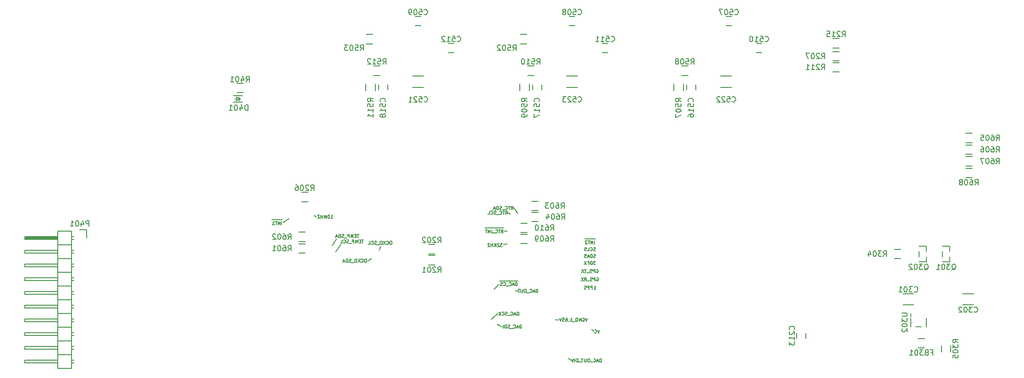
<source format=gbr>
G04 #@! TF.GenerationSoftware,KiCad,Pcbnew,(5.1.5)*
G04 #@! TF.CreationDate,2019-12-08T17:54:59-05:00*
G04 #@! TF.ProjectId,clock,636c6f63-6b2e-46b6-9963-61645f706362,rev?*
G04 #@! TF.SameCoordinates,Original*
G04 #@! TF.FileFunction,Legend,Bot*
G04 #@! TF.FilePolarity,Positive*
%FSLAX46Y46*%
G04 Gerber Fmt 4.6, Leading zero omitted, Abs format (unit mm)*
G04 Created by KiCad (PCBNEW (5.1.5)) date 2019-12-08 17:54:59*
%MOMM*%
%LPD*%
G04 APERTURE LIST*
%ADD10C,0.127000*%
%ADD11C,0.150000*%
%ADD12C,1.016000*%
%ADD13C,3.000000*%
%ADD14C,3.175000*%
%ADD15R,1.778000X1.778000*%
%ADD16C,2.200000*%
%ADD17C,1.778000*%
%ADD18C,2.540000*%
%ADD19R,2.000000X1.600000*%
%ADD20C,5.080000*%
%ADD21R,3.000000X3.000000*%
%ADD22C,2.040000*%
%ADD23R,2.040000X2.040000*%
%ADD24C,1.250000*%
%ADD25R,1.300000X1.300000*%
%ADD26R,2.032000X2.032000*%
%ADD27O,2.032000X2.032000*%
%ADD28C,1.200000*%
%ADD29C,0.800000*%
%ADD30C,2.032000*%
%ADD31R,2.032000X1.727200*%
%ADD32O,2.032000X1.727200*%
%ADD33C,6.000000*%
%ADD34R,1.400000X0.600000*%
%ADD35R,1.000000X1.300000*%
%ADD36R,1.300000X1.000000*%
%ADD37R,1.250000X1.300000*%
%ADD38R,1.300000X1.250000*%
%ADD39R,1.500000X1.300000*%
%ADD40R,0.700000X1.200000*%
%ADD41R,1.260000X0.830000*%
%ADD42C,0.889000*%
%ADD43C,1.524000*%
%ADD44C,1.270000*%
G04 APERTURE END LIST*
D10*
X233000428Y-209968900D02*
X232714714Y-209968900D01*
X232857571Y-210837428D02*
X232857571Y-210237428D01*
X232714714Y-209968900D02*
X232086142Y-209968900D01*
X232571857Y-210837428D02*
X232571857Y-210237428D01*
X232229000Y-210837428D01*
X232229000Y-210237428D01*
X232086142Y-209968900D02*
X231629000Y-209968900D01*
X232029000Y-210237428D02*
X231686142Y-210237428D01*
X231857571Y-210837428D02*
X231857571Y-210237428D01*
X231629000Y-209968900D02*
X231057571Y-209968900D01*
X231171857Y-210837428D02*
X231514714Y-210837428D01*
X231343285Y-210837428D02*
X231343285Y-210237428D01*
X231400428Y-210323142D01*
X231457571Y-210380285D01*
X231514714Y-210408857D01*
D11*
X234569000Y-209550000D02*
X233172000Y-210439000D01*
D10*
X290785428Y-213524900D02*
X290499714Y-213524900D01*
X290642571Y-214393428D02*
X290642571Y-213793428D01*
X290499714Y-213524900D02*
X289871142Y-213524900D01*
X290356857Y-214393428D02*
X290356857Y-213793428D01*
X290014000Y-214393428D01*
X290014000Y-213793428D01*
X289871142Y-213524900D02*
X289414000Y-213524900D01*
X289814000Y-213793428D02*
X289471142Y-213793428D01*
X289642571Y-214393428D02*
X289642571Y-213793428D01*
X289414000Y-213524900D02*
X288842571Y-213524900D01*
X289299714Y-213850571D02*
X289271142Y-213822000D01*
X289214000Y-213793428D01*
X289071142Y-213793428D01*
X289014000Y-213822000D01*
X288985428Y-213850571D01*
X288956857Y-213907714D01*
X288956857Y-213964857D01*
X288985428Y-214050571D01*
X289328285Y-214393428D01*
X288956857Y-214393428D01*
D11*
X273939000Y-212090000D02*
X274955000Y-212090000D01*
D10*
X273903857Y-211492900D02*
X273303857Y-211492900D01*
X273418142Y-212361428D02*
X273618142Y-212075714D01*
X273761000Y-212361428D02*
X273761000Y-211761428D01*
X273532428Y-211761428D01*
X273475285Y-211790000D01*
X273446714Y-211818571D01*
X273418142Y-211875714D01*
X273418142Y-211961428D01*
X273446714Y-212018571D01*
X273475285Y-212047142D01*
X273532428Y-212075714D01*
X273761000Y-212075714D01*
X273303857Y-211492900D02*
X272846714Y-211492900D01*
X273246714Y-211761428D02*
X272903857Y-211761428D01*
X273075285Y-212361428D02*
X273075285Y-211761428D01*
X272846714Y-211492900D02*
X272246714Y-211492900D01*
X272361000Y-212304285D02*
X272389571Y-212332857D01*
X272475285Y-212361428D01*
X272532428Y-212361428D01*
X272618142Y-212332857D01*
X272675285Y-212275714D01*
X272703857Y-212218571D01*
X272732428Y-212104285D01*
X272732428Y-212018571D01*
X272703857Y-211904285D01*
X272675285Y-211847142D01*
X272618142Y-211790000D01*
X272532428Y-211761428D01*
X272475285Y-211761428D01*
X272389571Y-211790000D01*
X272361000Y-211818571D01*
X272246714Y-211492900D02*
X271789571Y-211492900D01*
X272246714Y-212418571D02*
X271789571Y-212418571D01*
X271789571Y-211492900D02*
X271503857Y-211492900D01*
X271646714Y-212361428D02*
X271646714Y-211761428D01*
X271503857Y-211492900D02*
X270875285Y-211492900D01*
X271361000Y-212361428D02*
X271361000Y-211761428D01*
X271018142Y-212361428D01*
X271018142Y-211761428D01*
X270875285Y-211492900D02*
X270418142Y-211492900D01*
X270818142Y-211761428D02*
X270475285Y-211761428D01*
X270646714Y-212361428D02*
X270646714Y-211761428D01*
D11*
X286258000Y-235966000D02*
X285369000Y-235331000D01*
D10*
X291907571Y-236237428D02*
X291907571Y-235637428D01*
X291764714Y-235637428D01*
X291679000Y-235666000D01*
X291621857Y-235723142D01*
X291593285Y-235780285D01*
X291564714Y-235894571D01*
X291564714Y-235980285D01*
X291593285Y-236094571D01*
X291621857Y-236151714D01*
X291679000Y-236208857D01*
X291764714Y-236237428D01*
X291907571Y-236237428D01*
X291336142Y-236066000D02*
X291050428Y-236066000D01*
X291393285Y-236237428D02*
X291193285Y-235637428D01*
X290993285Y-236237428D01*
X290450428Y-236180285D02*
X290479000Y-236208857D01*
X290564714Y-236237428D01*
X290621857Y-236237428D01*
X290707571Y-236208857D01*
X290764714Y-236151714D01*
X290793285Y-236094571D01*
X290821857Y-235980285D01*
X290821857Y-235894571D01*
X290793285Y-235780285D01*
X290764714Y-235723142D01*
X290707571Y-235666000D01*
X290621857Y-235637428D01*
X290564714Y-235637428D01*
X290479000Y-235666000D01*
X290450428Y-235694571D01*
X290336142Y-236294571D02*
X289879000Y-236294571D01*
X289621857Y-235637428D02*
X289507571Y-235637428D01*
X289450428Y-235666000D01*
X289393285Y-235723142D01*
X289364714Y-235837428D01*
X289364714Y-236037428D01*
X289393285Y-236151714D01*
X289450428Y-236208857D01*
X289507571Y-236237428D01*
X289621857Y-236237428D01*
X289679000Y-236208857D01*
X289736142Y-236151714D01*
X289764714Y-236037428D01*
X289764714Y-235837428D01*
X289736142Y-235723142D01*
X289679000Y-235666000D01*
X289621857Y-235637428D01*
X289107571Y-235637428D02*
X289107571Y-236123142D01*
X289079000Y-236180285D01*
X289050428Y-236208857D01*
X288993285Y-236237428D01*
X288879000Y-236237428D01*
X288821857Y-236208857D01*
X288793285Y-236180285D01*
X288764714Y-236123142D01*
X288764714Y-235637428D01*
X288564714Y-235637428D02*
X288221857Y-235637428D01*
X288393285Y-236237428D02*
X288393285Y-235637428D01*
X288164714Y-236294571D02*
X287707571Y-236294571D01*
X287564714Y-236237428D02*
X287564714Y-235637428D01*
X287421857Y-235637428D01*
X287336142Y-235666000D01*
X287279000Y-235723142D01*
X287250428Y-235780285D01*
X287221857Y-235894571D01*
X287221857Y-235980285D01*
X287250428Y-236094571D01*
X287279000Y-236151714D01*
X287336142Y-236208857D01*
X287421857Y-236237428D01*
X287564714Y-236237428D01*
X286964714Y-236237428D02*
X286964714Y-235637428D01*
X286764714Y-235637428D02*
X286564714Y-236237428D01*
X286364714Y-235637428D01*
D11*
X275717000Y-207772000D02*
X276733000Y-209169000D01*
D10*
X275226285Y-208043428D02*
X275426285Y-207757714D01*
X275569142Y-208043428D02*
X275569142Y-207443428D01*
X275340571Y-207443428D01*
X275283428Y-207472000D01*
X275254857Y-207500571D01*
X275226285Y-207557714D01*
X275226285Y-207643428D01*
X275254857Y-207700571D01*
X275283428Y-207729142D01*
X275340571Y-207757714D01*
X275569142Y-207757714D01*
X275054857Y-207443428D02*
X274712000Y-207443428D01*
X274883428Y-208043428D02*
X274883428Y-207443428D01*
X274169142Y-207986285D02*
X274197714Y-208014857D01*
X274283428Y-208043428D01*
X274340571Y-208043428D01*
X274426285Y-208014857D01*
X274483428Y-207957714D01*
X274512000Y-207900571D01*
X274540571Y-207786285D01*
X274540571Y-207700571D01*
X274512000Y-207586285D01*
X274483428Y-207529142D01*
X274426285Y-207472000D01*
X274340571Y-207443428D01*
X274283428Y-207443428D01*
X274197714Y-207472000D01*
X274169142Y-207500571D01*
X274054857Y-208100571D02*
X273597714Y-208100571D01*
X273483428Y-208014857D02*
X273397714Y-208043428D01*
X273254857Y-208043428D01*
X273197714Y-208014857D01*
X273169142Y-207986285D01*
X273140571Y-207929142D01*
X273140571Y-207872000D01*
X273169142Y-207814857D01*
X273197714Y-207786285D01*
X273254857Y-207757714D01*
X273369142Y-207729142D01*
X273426285Y-207700571D01*
X273454857Y-207672000D01*
X273483428Y-207614857D01*
X273483428Y-207557714D01*
X273454857Y-207500571D01*
X273426285Y-207472000D01*
X273369142Y-207443428D01*
X273226285Y-207443428D01*
X273140571Y-207472000D01*
X272883428Y-208043428D02*
X272883428Y-207443428D01*
X272740571Y-207443428D01*
X272654857Y-207472000D01*
X272597714Y-207529142D01*
X272569142Y-207586285D01*
X272540571Y-207700571D01*
X272540571Y-207786285D01*
X272569142Y-207900571D01*
X272597714Y-207957714D01*
X272654857Y-208014857D01*
X272740571Y-208043428D01*
X272883428Y-208043428D01*
X272312000Y-207872000D02*
X272026285Y-207872000D01*
X272369142Y-208043428D02*
X272169142Y-207443428D01*
X271969142Y-208043428D01*
D11*
X274701000Y-208661000D02*
X275463000Y-209169000D01*
D10*
X274196000Y-208932428D02*
X274396000Y-208646714D01*
X274538857Y-208932428D02*
X274538857Y-208332428D01*
X274310285Y-208332428D01*
X274253142Y-208361000D01*
X274224571Y-208389571D01*
X274196000Y-208446714D01*
X274196000Y-208532428D01*
X274224571Y-208589571D01*
X274253142Y-208618142D01*
X274310285Y-208646714D01*
X274538857Y-208646714D01*
X274024571Y-208332428D02*
X273681714Y-208332428D01*
X273853142Y-208932428D02*
X273853142Y-208332428D01*
X273138857Y-208875285D02*
X273167428Y-208903857D01*
X273253142Y-208932428D01*
X273310285Y-208932428D01*
X273396000Y-208903857D01*
X273453142Y-208846714D01*
X273481714Y-208789571D01*
X273510285Y-208675285D01*
X273510285Y-208589571D01*
X273481714Y-208475285D01*
X273453142Y-208418142D01*
X273396000Y-208361000D01*
X273310285Y-208332428D01*
X273253142Y-208332428D01*
X273167428Y-208361000D01*
X273138857Y-208389571D01*
X273024571Y-208989571D02*
X272567428Y-208989571D01*
X272453142Y-208903857D02*
X272367428Y-208932428D01*
X272224571Y-208932428D01*
X272167428Y-208903857D01*
X272138857Y-208875285D01*
X272110285Y-208818142D01*
X272110285Y-208761000D01*
X272138857Y-208703857D01*
X272167428Y-208675285D01*
X272224571Y-208646714D01*
X272338857Y-208618142D01*
X272396000Y-208589571D01*
X272424571Y-208561000D01*
X272453142Y-208503857D01*
X272453142Y-208446714D01*
X272424571Y-208389571D01*
X272396000Y-208361000D01*
X272338857Y-208332428D01*
X272196000Y-208332428D01*
X272110285Y-208361000D01*
X271510285Y-208875285D02*
X271538857Y-208903857D01*
X271624571Y-208932428D01*
X271681714Y-208932428D01*
X271767428Y-208903857D01*
X271824571Y-208846714D01*
X271853142Y-208789571D01*
X271881714Y-208675285D01*
X271881714Y-208589571D01*
X271853142Y-208475285D01*
X271824571Y-208418142D01*
X271767428Y-208361000D01*
X271681714Y-208332428D01*
X271624571Y-208332428D01*
X271538857Y-208361000D01*
X271510285Y-208389571D01*
X270967428Y-208932428D02*
X271253142Y-208932428D01*
X271253142Y-208332428D01*
D11*
X273812000Y-214630000D02*
X274955000Y-214249000D01*
D10*
X273673714Y-214301428D02*
X273302285Y-214301428D01*
X273502285Y-214530000D01*
X273416571Y-214530000D01*
X273359428Y-214558571D01*
X273330857Y-214587142D01*
X273302285Y-214644285D01*
X273302285Y-214787142D01*
X273330857Y-214844285D01*
X273359428Y-214872857D01*
X273416571Y-214901428D01*
X273588000Y-214901428D01*
X273645142Y-214872857D01*
X273673714Y-214844285D01*
X273073714Y-214358571D02*
X273045142Y-214330000D01*
X272988000Y-214301428D01*
X272845142Y-214301428D01*
X272788000Y-214330000D01*
X272759428Y-214358571D01*
X272730857Y-214415714D01*
X272730857Y-214472857D01*
X272759428Y-214558571D01*
X273102285Y-214901428D01*
X272730857Y-214901428D01*
X272473714Y-214901428D02*
X272473714Y-214301428D01*
X272130857Y-214901428D02*
X272388000Y-214558571D01*
X272130857Y-214301428D02*
X272473714Y-214644285D01*
X271873714Y-214901428D02*
X271873714Y-214301428D01*
X271873714Y-214587142D02*
X271530857Y-214587142D01*
X271530857Y-214901428D02*
X271530857Y-214301428D01*
X271302285Y-214301428D02*
X270902285Y-214301428D01*
X271302285Y-214901428D01*
X270902285Y-214901428D01*
D11*
X275590000Y-223139000D02*
X276479000Y-223139000D01*
D10*
X280184000Y-223410428D02*
X280184000Y-222810428D01*
X280041142Y-222810428D01*
X279955428Y-222839000D01*
X279898285Y-222896142D01*
X279869714Y-222953285D01*
X279841142Y-223067571D01*
X279841142Y-223153285D01*
X279869714Y-223267571D01*
X279898285Y-223324714D01*
X279955428Y-223381857D01*
X280041142Y-223410428D01*
X280184000Y-223410428D01*
X279612571Y-223239000D02*
X279326857Y-223239000D01*
X279669714Y-223410428D02*
X279469714Y-222810428D01*
X279269714Y-223410428D01*
X278726857Y-223353285D02*
X278755428Y-223381857D01*
X278841142Y-223410428D01*
X278898285Y-223410428D01*
X278984000Y-223381857D01*
X279041142Y-223324714D01*
X279069714Y-223267571D01*
X279098285Y-223153285D01*
X279098285Y-223067571D01*
X279069714Y-222953285D01*
X279041142Y-222896142D01*
X278984000Y-222839000D01*
X278898285Y-222810428D01*
X278841142Y-222810428D01*
X278755428Y-222839000D01*
X278726857Y-222867571D01*
X278612571Y-223467571D02*
X278155428Y-223467571D01*
X277898285Y-222810428D02*
X277784000Y-222810428D01*
X277726857Y-222839000D01*
X277669714Y-222896142D01*
X277641142Y-223010428D01*
X277641142Y-223210428D01*
X277669714Y-223324714D01*
X277726857Y-223381857D01*
X277784000Y-223410428D01*
X277898285Y-223410428D01*
X277955428Y-223381857D01*
X278012571Y-223324714D01*
X278041142Y-223210428D01*
X278041142Y-223010428D01*
X278012571Y-222896142D01*
X277955428Y-222839000D01*
X277898285Y-222810428D01*
X277384000Y-222810428D02*
X277384000Y-223296142D01*
X277355428Y-223353285D01*
X277326857Y-223381857D01*
X277269714Y-223410428D01*
X277155428Y-223410428D01*
X277098285Y-223381857D01*
X277069714Y-223353285D01*
X277041142Y-223296142D01*
X277041142Y-222810428D01*
X276841142Y-222810428D02*
X276498285Y-222810428D01*
X276669714Y-223410428D02*
X276669714Y-222810428D01*
D11*
X282956000Y-228473000D02*
X283972000Y-228473000D01*
D10*
X289366000Y-228144428D02*
X289166000Y-228744428D01*
X288966000Y-228144428D01*
X288451714Y-228173000D02*
X288508857Y-228144428D01*
X288594571Y-228144428D01*
X288680285Y-228173000D01*
X288737428Y-228230142D01*
X288766000Y-228287285D01*
X288794571Y-228401571D01*
X288794571Y-228487285D01*
X288766000Y-228601571D01*
X288737428Y-228658714D01*
X288680285Y-228715857D01*
X288594571Y-228744428D01*
X288537428Y-228744428D01*
X288451714Y-228715857D01*
X288423142Y-228687285D01*
X288423142Y-228487285D01*
X288537428Y-228487285D01*
X288166000Y-228744428D02*
X288166000Y-228144428D01*
X287823142Y-228744428D01*
X287823142Y-228144428D01*
X287537428Y-228744428D02*
X287537428Y-228144428D01*
X287394571Y-228144428D01*
X287308857Y-228173000D01*
X287251714Y-228230142D01*
X287223142Y-228287285D01*
X287194571Y-228401571D01*
X287194571Y-228487285D01*
X287223142Y-228601571D01*
X287251714Y-228658714D01*
X287308857Y-228715857D01*
X287394571Y-228744428D01*
X287537428Y-228744428D01*
X287080285Y-228801571D02*
X286623142Y-228801571D01*
X286166000Y-228744428D02*
X286508857Y-228744428D01*
X286337428Y-228744428D02*
X286337428Y-228144428D01*
X286394571Y-228230142D01*
X286451714Y-228287285D01*
X286508857Y-228315857D01*
X285908857Y-228687285D02*
X285880285Y-228715857D01*
X285908857Y-228744428D01*
X285937428Y-228715857D01*
X285908857Y-228687285D01*
X285908857Y-228744428D01*
X285366000Y-228144428D02*
X285480285Y-228144428D01*
X285537428Y-228173000D01*
X285566000Y-228201571D01*
X285623142Y-228287285D01*
X285651714Y-228401571D01*
X285651714Y-228630142D01*
X285623142Y-228687285D01*
X285594571Y-228715857D01*
X285537428Y-228744428D01*
X285423142Y-228744428D01*
X285366000Y-228715857D01*
X285337428Y-228687285D01*
X285308857Y-228630142D01*
X285308857Y-228487285D01*
X285337428Y-228430142D01*
X285366000Y-228401571D01*
X285423142Y-228373000D01*
X285537428Y-228373000D01*
X285594571Y-228401571D01*
X285623142Y-228430142D01*
X285651714Y-228487285D01*
X284766000Y-228144428D02*
X285051714Y-228144428D01*
X285080285Y-228430142D01*
X285051714Y-228401571D01*
X284994571Y-228373000D01*
X284851714Y-228373000D01*
X284794571Y-228401571D01*
X284766000Y-228430142D01*
X284737428Y-228487285D01*
X284737428Y-228630142D01*
X284766000Y-228687285D01*
X284794571Y-228715857D01*
X284851714Y-228744428D01*
X284994571Y-228744428D01*
X285051714Y-228715857D01*
X285080285Y-228687285D01*
X284566000Y-228144428D02*
X284366000Y-228744428D01*
X284166000Y-228144428D01*
D11*
X290576000Y-230632000D02*
X289687000Y-229997000D01*
X238506000Y-208915000D02*
X239268000Y-209423000D01*
X249809000Y-216916000D02*
X248793000Y-217551000D01*
X251206000Y-214884000D02*
X250698000Y-216027000D01*
X271145000Y-228727000D02*
X272796000Y-227330000D01*
X272288000Y-229108000D02*
X273558000Y-229743000D01*
X271780000Y-223139000D02*
X273050000Y-221869000D01*
X243840000Y-214503000D02*
X242570000Y-216281000D01*
X242951000Y-213487000D02*
X241935000Y-215138000D01*
D10*
X248014857Y-213666428D02*
X247672000Y-213666428D01*
X247843428Y-214266428D02*
X247843428Y-213666428D01*
X247472000Y-213952142D02*
X247272000Y-213952142D01*
X247186285Y-214266428D02*
X247472000Y-214266428D01*
X247472000Y-213666428D01*
X247186285Y-213666428D01*
X246929142Y-214266428D02*
X246929142Y-213666428D01*
X246729142Y-214095000D01*
X246529142Y-213666428D01*
X246529142Y-214266428D01*
X246243428Y-214266428D02*
X246243428Y-213666428D01*
X246014857Y-213666428D01*
X245957714Y-213695000D01*
X245929142Y-213723571D01*
X245900571Y-213780714D01*
X245900571Y-213866428D01*
X245929142Y-213923571D01*
X245957714Y-213952142D01*
X246014857Y-213980714D01*
X246243428Y-213980714D01*
X245786285Y-214323571D02*
X245329142Y-214323571D01*
X245214857Y-214237857D02*
X245129142Y-214266428D01*
X244986285Y-214266428D01*
X244929142Y-214237857D01*
X244900571Y-214209285D01*
X244872000Y-214152142D01*
X244872000Y-214095000D01*
X244900571Y-214037857D01*
X244929142Y-214009285D01*
X244986285Y-213980714D01*
X245100571Y-213952142D01*
X245157714Y-213923571D01*
X245186285Y-213895000D01*
X245214857Y-213837857D01*
X245214857Y-213780714D01*
X245186285Y-213723571D01*
X245157714Y-213695000D01*
X245100571Y-213666428D01*
X244957714Y-213666428D01*
X244872000Y-213695000D01*
X244272000Y-214209285D02*
X244300571Y-214237857D01*
X244386285Y-214266428D01*
X244443428Y-214266428D01*
X244529142Y-214237857D01*
X244586285Y-214180714D01*
X244614857Y-214123571D01*
X244643428Y-214009285D01*
X244643428Y-213923571D01*
X244614857Y-213809285D01*
X244586285Y-213752142D01*
X244529142Y-213695000D01*
X244443428Y-213666428D01*
X244386285Y-213666428D01*
X244300571Y-213695000D01*
X244272000Y-213723571D01*
X243729142Y-214266428D02*
X244014857Y-214266428D01*
X244014857Y-213666428D01*
X247140142Y-212650428D02*
X246797285Y-212650428D01*
X246968714Y-213250428D02*
X246968714Y-212650428D01*
X246597285Y-212936142D02*
X246397285Y-212936142D01*
X246311571Y-213250428D02*
X246597285Y-213250428D01*
X246597285Y-212650428D01*
X246311571Y-212650428D01*
X246054428Y-213250428D02*
X246054428Y-212650428D01*
X245854428Y-213079000D01*
X245654428Y-212650428D01*
X245654428Y-213250428D01*
X245368714Y-213250428D02*
X245368714Y-212650428D01*
X245140142Y-212650428D01*
X245083000Y-212679000D01*
X245054428Y-212707571D01*
X245025857Y-212764714D01*
X245025857Y-212850428D01*
X245054428Y-212907571D01*
X245083000Y-212936142D01*
X245140142Y-212964714D01*
X245368714Y-212964714D01*
X244911571Y-213307571D02*
X244454428Y-213307571D01*
X244340142Y-213221857D02*
X244254428Y-213250428D01*
X244111571Y-213250428D01*
X244054428Y-213221857D01*
X244025857Y-213193285D01*
X243997285Y-213136142D01*
X243997285Y-213079000D01*
X244025857Y-213021857D01*
X244054428Y-212993285D01*
X244111571Y-212964714D01*
X244225857Y-212936142D01*
X244283000Y-212907571D01*
X244311571Y-212879000D01*
X244340142Y-212821857D01*
X244340142Y-212764714D01*
X244311571Y-212707571D01*
X244283000Y-212679000D01*
X244225857Y-212650428D01*
X244083000Y-212650428D01*
X243997285Y-212679000D01*
X243740142Y-213250428D02*
X243740142Y-212650428D01*
X243597285Y-212650428D01*
X243511571Y-212679000D01*
X243454428Y-212736142D01*
X243425857Y-212793285D01*
X243397285Y-212907571D01*
X243397285Y-212993285D01*
X243425857Y-213107571D01*
X243454428Y-213164714D01*
X243511571Y-213221857D01*
X243597285Y-213250428D01*
X243740142Y-213250428D01*
X243168714Y-213079000D02*
X242883000Y-213079000D01*
X243225857Y-213250428D02*
X243025857Y-212650428D01*
X242825857Y-213250428D01*
X241976142Y-209694428D02*
X242319000Y-209694428D01*
X242147571Y-209694428D02*
X242147571Y-209094428D01*
X242204714Y-209180142D01*
X242261857Y-209237285D01*
X242319000Y-209265857D01*
X241604714Y-209094428D02*
X241547571Y-209094428D01*
X241490428Y-209123000D01*
X241461857Y-209151571D01*
X241433285Y-209208714D01*
X241404714Y-209323000D01*
X241404714Y-209465857D01*
X241433285Y-209580142D01*
X241461857Y-209637285D01*
X241490428Y-209665857D01*
X241547571Y-209694428D01*
X241604714Y-209694428D01*
X241661857Y-209665857D01*
X241690428Y-209637285D01*
X241719000Y-209580142D01*
X241747571Y-209465857D01*
X241747571Y-209323000D01*
X241719000Y-209208714D01*
X241690428Y-209151571D01*
X241661857Y-209123000D01*
X241604714Y-209094428D01*
X241147571Y-209694428D02*
X241147571Y-209094428D01*
X240947571Y-209523000D01*
X240747571Y-209094428D01*
X240747571Y-209694428D01*
X240461857Y-209694428D02*
X240461857Y-209094428D01*
X240461857Y-209380142D02*
X240119000Y-209380142D01*
X240119000Y-209694428D02*
X240119000Y-209094428D01*
X239890428Y-209094428D02*
X239490428Y-209094428D01*
X239890428Y-209694428D01*
X239490428Y-209694428D01*
X248408571Y-217222428D02*
X248294285Y-217222428D01*
X248237142Y-217251000D01*
X248180000Y-217308142D01*
X248151428Y-217422428D01*
X248151428Y-217622428D01*
X248180000Y-217736714D01*
X248237142Y-217793857D01*
X248294285Y-217822428D01*
X248408571Y-217822428D01*
X248465714Y-217793857D01*
X248522857Y-217736714D01*
X248551428Y-217622428D01*
X248551428Y-217422428D01*
X248522857Y-217308142D01*
X248465714Y-217251000D01*
X248408571Y-217222428D01*
X247551428Y-217765285D02*
X247580000Y-217793857D01*
X247665714Y-217822428D01*
X247722857Y-217822428D01*
X247808571Y-217793857D01*
X247865714Y-217736714D01*
X247894285Y-217679571D01*
X247922857Y-217565285D01*
X247922857Y-217479571D01*
X247894285Y-217365285D01*
X247865714Y-217308142D01*
X247808571Y-217251000D01*
X247722857Y-217222428D01*
X247665714Y-217222428D01*
X247580000Y-217251000D01*
X247551428Y-217279571D01*
X247351428Y-217222428D02*
X246951428Y-217822428D01*
X246951428Y-217222428D02*
X247351428Y-217822428D01*
X246608571Y-217222428D02*
X246494285Y-217222428D01*
X246437142Y-217251000D01*
X246380000Y-217308142D01*
X246351428Y-217422428D01*
X246351428Y-217622428D01*
X246380000Y-217736714D01*
X246437142Y-217793857D01*
X246494285Y-217822428D01*
X246608571Y-217822428D01*
X246665714Y-217793857D01*
X246722857Y-217736714D01*
X246751428Y-217622428D01*
X246751428Y-217422428D01*
X246722857Y-217308142D01*
X246665714Y-217251000D01*
X246608571Y-217222428D01*
X246237142Y-217879571D02*
X245780000Y-217879571D01*
X245665714Y-217793857D02*
X245580000Y-217822428D01*
X245437142Y-217822428D01*
X245380000Y-217793857D01*
X245351428Y-217765285D01*
X245322857Y-217708142D01*
X245322857Y-217651000D01*
X245351428Y-217593857D01*
X245380000Y-217565285D01*
X245437142Y-217536714D01*
X245551428Y-217508142D01*
X245608571Y-217479571D01*
X245637142Y-217451000D01*
X245665714Y-217393857D01*
X245665714Y-217336714D01*
X245637142Y-217279571D01*
X245608571Y-217251000D01*
X245551428Y-217222428D01*
X245408571Y-217222428D01*
X245322857Y-217251000D01*
X245065714Y-217822428D02*
X245065714Y-217222428D01*
X244922857Y-217222428D01*
X244837142Y-217251000D01*
X244780000Y-217308142D01*
X244751428Y-217365285D01*
X244722857Y-217479571D01*
X244722857Y-217565285D01*
X244751428Y-217679571D01*
X244780000Y-217736714D01*
X244837142Y-217793857D01*
X244922857Y-217822428D01*
X245065714Y-217822428D01*
X244494285Y-217651000D02*
X244208571Y-217651000D01*
X244551428Y-217822428D02*
X244351428Y-217222428D01*
X244151428Y-217822428D01*
X253093285Y-213920428D02*
X252979000Y-213920428D01*
X252921857Y-213949000D01*
X252864714Y-214006142D01*
X252836142Y-214120428D01*
X252836142Y-214320428D01*
X252864714Y-214434714D01*
X252921857Y-214491857D01*
X252979000Y-214520428D01*
X253093285Y-214520428D01*
X253150428Y-214491857D01*
X253207571Y-214434714D01*
X253236142Y-214320428D01*
X253236142Y-214120428D01*
X253207571Y-214006142D01*
X253150428Y-213949000D01*
X253093285Y-213920428D01*
X252236142Y-214463285D02*
X252264714Y-214491857D01*
X252350428Y-214520428D01*
X252407571Y-214520428D01*
X252493285Y-214491857D01*
X252550428Y-214434714D01*
X252579000Y-214377571D01*
X252607571Y-214263285D01*
X252607571Y-214177571D01*
X252579000Y-214063285D01*
X252550428Y-214006142D01*
X252493285Y-213949000D01*
X252407571Y-213920428D01*
X252350428Y-213920428D01*
X252264714Y-213949000D01*
X252236142Y-213977571D01*
X252036142Y-213920428D02*
X251636142Y-214520428D01*
X251636142Y-213920428D02*
X252036142Y-214520428D01*
X251293285Y-213920428D02*
X251179000Y-213920428D01*
X251121857Y-213949000D01*
X251064714Y-214006142D01*
X251036142Y-214120428D01*
X251036142Y-214320428D01*
X251064714Y-214434714D01*
X251121857Y-214491857D01*
X251179000Y-214520428D01*
X251293285Y-214520428D01*
X251350428Y-214491857D01*
X251407571Y-214434714D01*
X251436142Y-214320428D01*
X251436142Y-214120428D01*
X251407571Y-214006142D01*
X251350428Y-213949000D01*
X251293285Y-213920428D01*
X250921857Y-214577571D02*
X250464714Y-214577571D01*
X250350428Y-214491857D02*
X250264714Y-214520428D01*
X250121857Y-214520428D01*
X250064714Y-214491857D01*
X250036142Y-214463285D01*
X250007571Y-214406142D01*
X250007571Y-214349000D01*
X250036142Y-214291857D01*
X250064714Y-214263285D01*
X250121857Y-214234714D01*
X250236142Y-214206142D01*
X250293285Y-214177571D01*
X250321857Y-214149000D01*
X250350428Y-214091857D01*
X250350428Y-214034714D01*
X250321857Y-213977571D01*
X250293285Y-213949000D01*
X250236142Y-213920428D01*
X250093285Y-213920428D01*
X250007571Y-213949000D01*
X249407571Y-214463285D02*
X249436142Y-214491857D01*
X249521857Y-214520428D01*
X249579000Y-214520428D01*
X249664714Y-214491857D01*
X249721857Y-214434714D01*
X249750428Y-214377571D01*
X249779000Y-214263285D01*
X249779000Y-214177571D01*
X249750428Y-214063285D01*
X249721857Y-214006142D01*
X249664714Y-213949000D01*
X249579000Y-213920428D01*
X249521857Y-213920428D01*
X249436142Y-213949000D01*
X249407571Y-213977571D01*
X248864714Y-214520428D02*
X249150428Y-214520428D01*
X249150428Y-213920428D01*
X290528285Y-222775428D02*
X290871142Y-222775428D01*
X290699714Y-222775428D02*
X290699714Y-222175428D01*
X290756857Y-222261142D01*
X290814000Y-222318285D01*
X290871142Y-222346857D01*
X290271142Y-222775428D02*
X290271142Y-222175428D01*
X290042571Y-222175428D01*
X289985428Y-222204000D01*
X289956857Y-222232571D01*
X289928285Y-222289714D01*
X289928285Y-222375428D01*
X289956857Y-222432571D01*
X289985428Y-222461142D01*
X290042571Y-222489714D01*
X290271142Y-222489714D01*
X289671142Y-222775428D02*
X289671142Y-222175428D01*
X289442571Y-222175428D01*
X289385428Y-222204000D01*
X289356857Y-222232571D01*
X289328285Y-222289714D01*
X289328285Y-222375428D01*
X289356857Y-222432571D01*
X289385428Y-222461142D01*
X289442571Y-222489714D01*
X289671142Y-222489714D01*
X289099714Y-222746857D02*
X289014000Y-222775428D01*
X288871142Y-222775428D01*
X288814000Y-222746857D01*
X288785428Y-222718285D01*
X288756857Y-222661142D01*
X288756857Y-222604000D01*
X288785428Y-222546857D01*
X288814000Y-222518285D01*
X288871142Y-222489714D01*
X288985428Y-222461142D01*
X289042571Y-222432571D01*
X289071142Y-222404000D01*
X289099714Y-222346857D01*
X289099714Y-222289714D01*
X289071142Y-222232571D01*
X289042571Y-222204000D01*
X288985428Y-222175428D01*
X288842571Y-222175428D01*
X288756857Y-222204000D01*
X291056857Y-220680000D02*
X291114000Y-220651428D01*
X291199714Y-220651428D01*
X291285428Y-220680000D01*
X291342571Y-220737142D01*
X291371142Y-220794285D01*
X291399714Y-220908571D01*
X291399714Y-220994285D01*
X291371142Y-221108571D01*
X291342571Y-221165714D01*
X291285428Y-221222857D01*
X291199714Y-221251428D01*
X291142571Y-221251428D01*
X291056857Y-221222857D01*
X291028285Y-221194285D01*
X291028285Y-220994285D01*
X291142571Y-220994285D01*
X290771142Y-221251428D02*
X290771142Y-220651428D01*
X290542571Y-220651428D01*
X290485428Y-220680000D01*
X290456857Y-220708571D01*
X290428285Y-220765714D01*
X290428285Y-220851428D01*
X290456857Y-220908571D01*
X290485428Y-220937142D01*
X290542571Y-220965714D01*
X290771142Y-220965714D01*
X290199714Y-221222857D02*
X290114000Y-221251428D01*
X289971142Y-221251428D01*
X289914000Y-221222857D01*
X289885428Y-221194285D01*
X289856857Y-221137142D01*
X289856857Y-221080000D01*
X289885428Y-221022857D01*
X289914000Y-220994285D01*
X289971142Y-220965714D01*
X290085428Y-220937142D01*
X290142571Y-220908571D01*
X290171142Y-220880000D01*
X290199714Y-220822857D01*
X290199714Y-220765714D01*
X290171142Y-220708571D01*
X290142571Y-220680000D01*
X290085428Y-220651428D01*
X289942571Y-220651428D01*
X289856857Y-220680000D01*
X289742571Y-221308571D02*
X289285428Y-221308571D01*
X288799714Y-221251428D02*
X288999714Y-220965714D01*
X289142571Y-221251428D02*
X289142571Y-220651428D01*
X288914000Y-220651428D01*
X288856857Y-220680000D01*
X288828285Y-220708571D01*
X288799714Y-220765714D01*
X288799714Y-220851428D01*
X288828285Y-220908571D01*
X288856857Y-220937142D01*
X288914000Y-220965714D01*
X289142571Y-220965714D01*
X288599714Y-220651428D02*
X288199714Y-221251428D01*
X288199714Y-220651428D02*
X288599714Y-221251428D01*
X290985428Y-219156000D02*
X291042571Y-219127428D01*
X291128285Y-219127428D01*
X291214000Y-219156000D01*
X291271142Y-219213142D01*
X291299714Y-219270285D01*
X291328285Y-219384571D01*
X291328285Y-219470285D01*
X291299714Y-219584571D01*
X291271142Y-219641714D01*
X291214000Y-219698857D01*
X291128285Y-219727428D01*
X291071142Y-219727428D01*
X290985428Y-219698857D01*
X290956857Y-219670285D01*
X290956857Y-219470285D01*
X291071142Y-219470285D01*
X290699714Y-219727428D02*
X290699714Y-219127428D01*
X290471142Y-219127428D01*
X290414000Y-219156000D01*
X290385428Y-219184571D01*
X290356857Y-219241714D01*
X290356857Y-219327428D01*
X290385428Y-219384571D01*
X290414000Y-219413142D01*
X290471142Y-219441714D01*
X290699714Y-219441714D01*
X290128285Y-219698857D02*
X290042571Y-219727428D01*
X289899714Y-219727428D01*
X289842571Y-219698857D01*
X289814000Y-219670285D01*
X289785428Y-219613142D01*
X289785428Y-219556000D01*
X289814000Y-219498857D01*
X289842571Y-219470285D01*
X289899714Y-219441714D01*
X290014000Y-219413142D01*
X290071142Y-219384571D01*
X290099714Y-219356000D01*
X290128285Y-219298857D01*
X290128285Y-219241714D01*
X290099714Y-219184571D01*
X290071142Y-219156000D01*
X290014000Y-219127428D01*
X289871142Y-219127428D01*
X289785428Y-219156000D01*
X289671142Y-219784571D02*
X289214000Y-219784571D01*
X289156857Y-219127428D02*
X288814000Y-219127428D01*
X288985428Y-219727428D02*
X288985428Y-219127428D01*
X288671142Y-219127428D02*
X288271142Y-219727428D01*
X288271142Y-219127428D02*
X288671142Y-219727428D01*
X290856857Y-217603428D02*
X290485428Y-217603428D01*
X290685428Y-217832000D01*
X290599714Y-217832000D01*
X290542571Y-217860571D01*
X290514000Y-217889142D01*
X290485428Y-217946285D01*
X290485428Y-218089142D01*
X290514000Y-218146285D01*
X290542571Y-218174857D01*
X290599714Y-218203428D01*
X290771142Y-218203428D01*
X290828285Y-218174857D01*
X290856857Y-218146285D01*
X290228285Y-218203428D02*
X290228285Y-217603428D01*
X290085428Y-217603428D01*
X289999714Y-217632000D01*
X289942571Y-217689142D01*
X289914000Y-217746285D01*
X289885428Y-217860571D01*
X289885428Y-217946285D01*
X289914000Y-218060571D01*
X289942571Y-218117714D01*
X289999714Y-218174857D01*
X290085428Y-218203428D01*
X290228285Y-218203428D01*
X289428285Y-217889142D02*
X289628285Y-217889142D01*
X289628285Y-218203428D02*
X289628285Y-217603428D01*
X289342571Y-217603428D01*
X289171142Y-217603428D02*
X288771142Y-218203428D01*
X288771142Y-217603428D02*
X289171142Y-218203428D01*
X290828285Y-216904857D02*
X290742571Y-216933428D01*
X290599714Y-216933428D01*
X290542571Y-216904857D01*
X290514000Y-216876285D01*
X290485428Y-216819142D01*
X290485428Y-216762000D01*
X290514000Y-216704857D01*
X290542571Y-216676285D01*
X290599714Y-216647714D01*
X290714000Y-216619142D01*
X290771142Y-216590571D01*
X290799714Y-216562000D01*
X290828285Y-216504857D01*
X290828285Y-216447714D01*
X290799714Y-216390571D01*
X290771142Y-216362000D01*
X290714000Y-216333428D01*
X290571142Y-216333428D01*
X290485428Y-216362000D01*
X290228285Y-216933428D02*
X290228285Y-216333428D01*
X290085428Y-216333428D01*
X289999714Y-216362000D01*
X289942571Y-216419142D01*
X289914000Y-216476285D01*
X289885428Y-216590571D01*
X289885428Y-216676285D01*
X289914000Y-216790571D01*
X289942571Y-216847714D01*
X289999714Y-216904857D01*
X290085428Y-216933428D01*
X290228285Y-216933428D01*
X289656857Y-216762000D02*
X289371142Y-216762000D01*
X289714000Y-216933428D02*
X289514000Y-216333428D01*
X289314000Y-216933428D01*
X288828285Y-216333428D02*
X289114000Y-216333428D01*
X289142571Y-216619142D01*
X289114000Y-216590571D01*
X289056857Y-216562000D01*
X288914000Y-216562000D01*
X288856857Y-216590571D01*
X288828285Y-216619142D01*
X288799714Y-216676285D01*
X288799714Y-216819142D01*
X288828285Y-216876285D01*
X288856857Y-216904857D01*
X288914000Y-216933428D01*
X289056857Y-216933428D01*
X289114000Y-216904857D01*
X289142571Y-216876285D01*
X290814000Y-215634857D02*
X290728285Y-215663428D01*
X290585428Y-215663428D01*
X290528285Y-215634857D01*
X290499714Y-215606285D01*
X290471142Y-215549142D01*
X290471142Y-215492000D01*
X290499714Y-215434857D01*
X290528285Y-215406285D01*
X290585428Y-215377714D01*
X290699714Y-215349142D01*
X290756857Y-215320571D01*
X290785428Y-215292000D01*
X290814000Y-215234857D01*
X290814000Y-215177714D01*
X290785428Y-215120571D01*
X290756857Y-215092000D01*
X290699714Y-215063428D01*
X290556857Y-215063428D01*
X290471142Y-215092000D01*
X289871142Y-215606285D02*
X289899714Y-215634857D01*
X289985428Y-215663428D01*
X290042571Y-215663428D01*
X290128285Y-215634857D01*
X290185428Y-215577714D01*
X290214000Y-215520571D01*
X290242571Y-215406285D01*
X290242571Y-215320571D01*
X290214000Y-215206285D01*
X290185428Y-215149142D01*
X290128285Y-215092000D01*
X290042571Y-215063428D01*
X289985428Y-215063428D01*
X289899714Y-215092000D01*
X289871142Y-215120571D01*
X289328285Y-215663428D02*
X289614000Y-215663428D01*
X289614000Y-215063428D01*
X288842571Y-215063428D02*
X289128285Y-215063428D01*
X289156857Y-215349142D01*
X289128285Y-215320571D01*
X289071142Y-215292000D01*
X288928285Y-215292000D01*
X288871142Y-215320571D01*
X288842571Y-215349142D01*
X288814000Y-215406285D01*
X288814000Y-215549142D01*
X288842571Y-215606285D01*
X288871142Y-215634857D01*
X288928285Y-215663428D01*
X289071142Y-215663428D01*
X289128285Y-215634857D01*
X289156857Y-215606285D01*
X276499428Y-221271900D02*
X275899428Y-221271900D01*
X276356571Y-222140428D02*
X276356571Y-221540428D01*
X276213714Y-221540428D01*
X276128000Y-221569000D01*
X276070857Y-221626142D01*
X276042285Y-221683285D01*
X276013714Y-221797571D01*
X276013714Y-221883285D01*
X276042285Y-221997571D01*
X276070857Y-222054714D01*
X276128000Y-222111857D01*
X276213714Y-222140428D01*
X276356571Y-222140428D01*
X275899428Y-221271900D02*
X275385142Y-221271900D01*
X275785142Y-221969000D02*
X275499428Y-221969000D01*
X275842285Y-222140428D02*
X275642285Y-221540428D01*
X275442285Y-222140428D01*
X275385142Y-221271900D02*
X274785142Y-221271900D01*
X274899428Y-222083285D02*
X274928000Y-222111857D01*
X275013714Y-222140428D01*
X275070857Y-222140428D01*
X275156571Y-222111857D01*
X275213714Y-222054714D01*
X275242285Y-221997571D01*
X275270857Y-221883285D01*
X275270857Y-221797571D01*
X275242285Y-221683285D01*
X275213714Y-221626142D01*
X275156571Y-221569000D01*
X275070857Y-221540428D01*
X275013714Y-221540428D01*
X274928000Y-221569000D01*
X274899428Y-221597571D01*
X274785142Y-221271900D02*
X274328000Y-221271900D01*
X274785142Y-222197571D02*
X274328000Y-222197571D01*
X274328000Y-221271900D02*
X273728000Y-221271900D01*
X273842285Y-222083285D02*
X273870857Y-222111857D01*
X273956571Y-222140428D01*
X274013714Y-222140428D01*
X274099428Y-222111857D01*
X274156571Y-222054714D01*
X274185142Y-221997571D01*
X274213714Y-221883285D01*
X274213714Y-221797571D01*
X274185142Y-221683285D01*
X274156571Y-221626142D01*
X274099428Y-221569000D01*
X274013714Y-221540428D01*
X273956571Y-221540428D01*
X273870857Y-221569000D01*
X273842285Y-221597571D01*
X273728000Y-221271900D02*
X273156571Y-221271900D01*
X273613714Y-222111857D02*
X273528000Y-222140428D01*
X273385142Y-222140428D01*
X273328000Y-222111857D01*
X273299428Y-222083285D01*
X273270857Y-222026142D01*
X273270857Y-221969000D01*
X273299428Y-221911857D01*
X273328000Y-221883285D01*
X273385142Y-221854714D01*
X273499428Y-221826142D01*
X273556571Y-221797571D01*
X273585142Y-221769000D01*
X273613714Y-221711857D01*
X273613714Y-221654714D01*
X273585142Y-221597571D01*
X273556571Y-221569000D01*
X273499428Y-221540428D01*
X273356571Y-221540428D01*
X273270857Y-221569000D01*
X276656571Y-227601428D02*
X276656571Y-227001428D01*
X276513714Y-227001428D01*
X276428000Y-227030000D01*
X276370857Y-227087142D01*
X276342285Y-227144285D01*
X276313714Y-227258571D01*
X276313714Y-227344285D01*
X276342285Y-227458571D01*
X276370857Y-227515714D01*
X276428000Y-227572857D01*
X276513714Y-227601428D01*
X276656571Y-227601428D01*
X276085142Y-227430000D02*
X275799428Y-227430000D01*
X276142285Y-227601428D02*
X275942285Y-227001428D01*
X275742285Y-227601428D01*
X275199428Y-227544285D02*
X275228000Y-227572857D01*
X275313714Y-227601428D01*
X275370857Y-227601428D01*
X275456571Y-227572857D01*
X275513714Y-227515714D01*
X275542285Y-227458571D01*
X275570857Y-227344285D01*
X275570857Y-227258571D01*
X275542285Y-227144285D01*
X275513714Y-227087142D01*
X275456571Y-227030000D01*
X275370857Y-227001428D01*
X275313714Y-227001428D01*
X275228000Y-227030000D01*
X275199428Y-227058571D01*
X275085142Y-227658571D02*
X274628000Y-227658571D01*
X274513714Y-227572857D02*
X274428000Y-227601428D01*
X274285142Y-227601428D01*
X274228000Y-227572857D01*
X274199428Y-227544285D01*
X274170857Y-227487142D01*
X274170857Y-227430000D01*
X274199428Y-227372857D01*
X274228000Y-227344285D01*
X274285142Y-227315714D01*
X274399428Y-227287142D01*
X274456571Y-227258571D01*
X274485142Y-227230000D01*
X274513714Y-227172857D01*
X274513714Y-227115714D01*
X274485142Y-227058571D01*
X274456571Y-227030000D01*
X274399428Y-227001428D01*
X274256571Y-227001428D01*
X274170857Y-227030000D01*
X273570857Y-227544285D02*
X273599428Y-227572857D01*
X273685142Y-227601428D01*
X273742285Y-227601428D01*
X273828000Y-227572857D01*
X273885142Y-227515714D01*
X273913714Y-227458571D01*
X273942285Y-227344285D01*
X273942285Y-227258571D01*
X273913714Y-227144285D01*
X273885142Y-227087142D01*
X273828000Y-227030000D01*
X273742285Y-227001428D01*
X273685142Y-227001428D01*
X273599428Y-227030000D01*
X273570857Y-227058571D01*
X273313714Y-227601428D02*
X273313714Y-227001428D01*
X272970857Y-227601428D02*
X273228000Y-227258571D01*
X272970857Y-227001428D02*
X273313714Y-227344285D01*
X277134428Y-230014428D02*
X277134428Y-229414428D01*
X276991571Y-229414428D01*
X276905857Y-229443000D01*
X276848714Y-229500142D01*
X276820142Y-229557285D01*
X276791571Y-229671571D01*
X276791571Y-229757285D01*
X276820142Y-229871571D01*
X276848714Y-229928714D01*
X276905857Y-229985857D01*
X276991571Y-230014428D01*
X277134428Y-230014428D01*
X276563000Y-229843000D02*
X276277285Y-229843000D01*
X276620142Y-230014428D02*
X276420142Y-229414428D01*
X276220142Y-230014428D01*
X275677285Y-229957285D02*
X275705857Y-229985857D01*
X275791571Y-230014428D01*
X275848714Y-230014428D01*
X275934428Y-229985857D01*
X275991571Y-229928714D01*
X276020142Y-229871571D01*
X276048714Y-229757285D01*
X276048714Y-229671571D01*
X276020142Y-229557285D01*
X275991571Y-229500142D01*
X275934428Y-229443000D01*
X275848714Y-229414428D01*
X275791571Y-229414428D01*
X275705857Y-229443000D01*
X275677285Y-229471571D01*
X275563000Y-230071571D02*
X275105857Y-230071571D01*
X274991571Y-229985857D02*
X274905857Y-230014428D01*
X274763000Y-230014428D01*
X274705857Y-229985857D01*
X274677285Y-229957285D01*
X274648714Y-229900142D01*
X274648714Y-229843000D01*
X274677285Y-229785857D01*
X274705857Y-229757285D01*
X274763000Y-229728714D01*
X274877285Y-229700142D01*
X274934428Y-229671571D01*
X274963000Y-229643000D01*
X274991571Y-229585857D01*
X274991571Y-229528714D01*
X274963000Y-229471571D01*
X274934428Y-229443000D01*
X274877285Y-229414428D01*
X274734428Y-229414428D01*
X274648714Y-229443000D01*
X274391571Y-230014428D02*
X274391571Y-229414428D01*
X274248714Y-229414428D01*
X274163000Y-229443000D01*
X274105857Y-229500142D01*
X274077285Y-229557285D01*
X274048714Y-229671571D01*
X274048714Y-229757285D01*
X274077285Y-229871571D01*
X274105857Y-229928714D01*
X274163000Y-229985857D01*
X274248714Y-230014428D01*
X274391571Y-230014428D01*
X273791571Y-230014428D02*
X273791571Y-229414428D01*
X291584000Y-230303428D02*
X291384000Y-230903428D01*
X291184000Y-230303428D01*
X290641142Y-230846285D02*
X290669714Y-230874857D01*
X290755428Y-230903428D01*
X290812571Y-230903428D01*
X290898285Y-230874857D01*
X290955428Y-230817714D01*
X290984000Y-230760571D01*
X291012571Y-230646285D01*
X291012571Y-230560571D01*
X290984000Y-230446285D01*
X290955428Y-230389142D01*
X290898285Y-230332000D01*
X290812571Y-230303428D01*
X290755428Y-230303428D01*
X290669714Y-230332000D01*
X290641142Y-230360571D01*
D11*
X349615000Y-225688000D02*
X347615000Y-225688000D01*
X347615000Y-223638000D02*
X349615000Y-223638000D01*
X358664000Y-223638000D02*
X360664000Y-223638000D01*
X360664000Y-225688000D02*
X358664000Y-225688000D01*
X257064000Y-183379000D02*
X259064000Y-183379000D01*
X259064000Y-185429000D02*
X257064000Y-185429000D01*
X313960000Y-183379000D02*
X315960000Y-183379000D01*
X315960000Y-185429000D02*
X313960000Y-185429000D01*
X285512000Y-183379000D02*
X287512000Y-183379000D01*
X287512000Y-185429000D02*
X285512000Y-185429000D01*
X196880000Y-211810000D02*
X196880000Y-213360000D01*
X195580000Y-211810000D02*
X196880000Y-211810000D01*
X191389000Y-213233000D02*
X185547000Y-213233000D01*
X185547000Y-213233000D02*
X185547000Y-213487000D01*
X185547000Y-213487000D02*
X191389000Y-213487000D01*
X191389000Y-213487000D02*
X191389000Y-213360000D01*
X191389000Y-213360000D02*
X185547000Y-213360000D01*
X194056000Y-230886000D02*
X194437000Y-230886000D01*
X194056000Y-231394000D02*
X194437000Y-231394000D01*
X194056000Y-233426000D02*
X194437000Y-233426000D01*
X194056000Y-233934000D02*
X194437000Y-233934000D01*
X194056000Y-235966000D02*
X194437000Y-235966000D01*
X194056000Y-236474000D02*
X194437000Y-236474000D01*
X194056000Y-213106000D02*
X194437000Y-213106000D01*
X194056000Y-213614000D02*
X194437000Y-213614000D01*
X194056000Y-215646000D02*
X194437000Y-215646000D01*
X194056000Y-216154000D02*
X194437000Y-216154000D01*
X194056000Y-218186000D02*
X194437000Y-218186000D01*
X194056000Y-218694000D02*
X194437000Y-218694000D01*
X194056000Y-228854000D02*
X194437000Y-228854000D01*
X194056000Y-228346000D02*
X194437000Y-228346000D01*
X194056000Y-226314000D02*
X194437000Y-226314000D01*
X194056000Y-225806000D02*
X194437000Y-225806000D01*
X194056000Y-223774000D02*
X194437000Y-223774000D01*
X194056000Y-223266000D02*
X194437000Y-223266000D01*
X194056000Y-221234000D02*
X194437000Y-221234000D01*
X194056000Y-220726000D02*
X194437000Y-220726000D01*
X194056000Y-227330000D02*
X191516000Y-227330000D01*
X194056000Y-227330000D02*
X194056000Y-229870000D01*
X194056000Y-229870000D02*
X191516000Y-229870000D01*
X191516000Y-228346000D02*
X185420000Y-228346000D01*
X185420000Y-228346000D02*
X185420000Y-228854000D01*
X185420000Y-228854000D02*
X191516000Y-228854000D01*
X191516000Y-229870000D02*
X191516000Y-227330000D01*
X191516000Y-232410000D02*
X191516000Y-229870000D01*
X185420000Y-231394000D02*
X191516000Y-231394000D01*
X185420000Y-230886000D02*
X185420000Y-231394000D01*
X191516000Y-230886000D02*
X185420000Y-230886000D01*
X194056000Y-232410000D02*
X191516000Y-232410000D01*
X194056000Y-229870000D02*
X194056000Y-232410000D01*
X194056000Y-229870000D02*
X191516000Y-229870000D01*
X194056000Y-234950000D02*
X191516000Y-234950000D01*
X194056000Y-234950000D02*
X194056000Y-237490000D01*
X191516000Y-235966000D02*
X185420000Y-235966000D01*
X185420000Y-235966000D02*
X185420000Y-236474000D01*
X185420000Y-236474000D02*
X191516000Y-236474000D01*
X191516000Y-237490000D02*
X191516000Y-234950000D01*
X191516000Y-234950000D02*
X191516000Y-232410000D01*
X185420000Y-233934000D02*
X191516000Y-233934000D01*
X185420000Y-233426000D02*
X185420000Y-233934000D01*
X191516000Y-233426000D02*
X185420000Y-233426000D01*
X194056000Y-234950000D02*
X191516000Y-234950000D01*
X194056000Y-232410000D02*
X194056000Y-234950000D01*
X194056000Y-232410000D02*
X191516000Y-232410000D01*
X194056000Y-237490000D02*
X191516000Y-237490000D01*
X194056000Y-212090000D02*
X191516000Y-212090000D01*
X194056000Y-214630000D02*
X191516000Y-214630000D01*
X194056000Y-214630000D02*
X194056000Y-217170000D01*
X194056000Y-217170000D02*
X191516000Y-217170000D01*
X191516000Y-215646000D02*
X185420000Y-215646000D01*
X185420000Y-215646000D02*
X185420000Y-216154000D01*
X185420000Y-216154000D02*
X191516000Y-216154000D01*
X191516000Y-217170000D02*
X191516000Y-214630000D01*
X191516000Y-214630000D02*
X191516000Y-212090000D01*
X185420000Y-213614000D02*
X191516000Y-213614000D01*
X185420000Y-213106000D02*
X185420000Y-213614000D01*
X191516000Y-213106000D02*
X185420000Y-213106000D01*
X194056000Y-214630000D02*
X191516000Y-214630000D01*
X194056000Y-212090000D02*
X194056000Y-214630000D01*
X194056000Y-222250000D02*
X191516000Y-222250000D01*
X194056000Y-222250000D02*
X194056000Y-224790000D01*
X194056000Y-224790000D02*
X191516000Y-224790000D01*
X191516000Y-223266000D02*
X185420000Y-223266000D01*
X185420000Y-223266000D02*
X185420000Y-223774000D01*
X185420000Y-223774000D02*
X191516000Y-223774000D01*
X191516000Y-224790000D02*
X191516000Y-222250000D01*
X191516000Y-227330000D02*
X191516000Y-224790000D01*
X185420000Y-226314000D02*
X191516000Y-226314000D01*
X185420000Y-225806000D02*
X185420000Y-226314000D01*
X191516000Y-225806000D02*
X185420000Y-225806000D01*
X194056000Y-227330000D02*
X191516000Y-227330000D01*
X194056000Y-224790000D02*
X194056000Y-227330000D01*
X194056000Y-224790000D02*
X191516000Y-224790000D01*
X194056000Y-219710000D02*
X191516000Y-219710000D01*
X194056000Y-219710000D02*
X194056000Y-222250000D01*
X194056000Y-222250000D02*
X191516000Y-222250000D01*
X191516000Y-220726000D02*
X185420000Y-220726000D01*
X185420000Y-220726000D02*
X185420000Y-221234000D01*
X185420000Y-221234000D02*
X191516000Y-221234000D01*
X191516000Y-222250000D02*
X191516000Y-219710000D01*
X191516000Y-219710000D02*
X191516000Y-217170000D01*
X185420000Y-218694000D02*
X191516000Y-218694000D01*
X185420000Y-218186000D02*
X185420000Y-218694000D01*
X191516000Y-218186000D02*
X185420000Y-218186000D01*
X194056000Y-219710000D02*
X191516000Y-219710000D01*
X194056000Y-217170000D02*
X194056000Y-219710000D01*
X194056000Y-217170000D02*
X191516000Y-217170000D01*
X354950000Y-217731000D02*
X356250000Y-217731000D01*
X356250000Y-217731000D02*
X356250000Y-216756000D01*
X356250000Y-215806000D02*
X356250000Y-214831000D01*
X356250000Y-214831000D02*
X354950000Y-214831000D01*
X354950000Y-216756000D02*
X354950000Y-215806000D01*
X350632000Y-217731000D02*
X351932000Y-217731000D01*
X351932000Y-217731000D02*
X351932000Y-216756000D01*
X351932000Y-215806000D02*
X351932000Y-214831000D01*
X351932000Y-214831000D02*
X350632000Y-214831000D01*
X350632000Y-216756000D02*
X350632000Y-215806000D01*
X260004000Y-218299000D02*
X261204000Y-218299000D01*
X261204000Y-216549000D02*
X260004000Y-216549000D01*
X260004000Y-216267000D02*
X261204000Y-216267000D01*
X261204000Y-214517000D02*
X260004000Y-214517000D01*
X237709000Y-204865000D02*
X236509000Y-204865000D01*
X236509000Y-206615000D02*
X237709000Y-206615000D01*
X335880000Y-178830000D02*
X334680000Y-178830000D01*
X334680000Y-180580000D02*
X335880000Y-180580000D01*
X335880000Y-180862000D02*
X334680000Y-180862000D01*
X334680000Y-182612000D02*
X335880000Y-182612000D01*
X335880000Y-176417000D02*
X334680000Y-176417000D01*
X334680000Y-178167000D02*
X335880000Y-178167000D01*
X345983000Y-217156000D02*
X347183000Y-217156000D01*
X347183000Y-215406000D02*
X345983000Y-215406000D01*
X225771000Y-184672000D02*
X224571000Y-184672000D01*
X224571000Y-186422000D02*
X225771000Y-186422000D01*
X276895000Y-177405000D02*
X278095000Y-177405000D01*
X278095000Y-175655000D02*
X276895000Y-175655000D01*
X248447000Y-177405000D02*
X249647000Y-177405000D01*
X249647000Y-175655000D02*
X248447000Y-175655000D01*
X305322000Y-184820000D02*
X305322000Y-186020000D01*
X307072000Y-186020000D02*
X307072000Y-184820000D01*
X307940000Y-181497000D02*
X306740000Y-181497000D01*
X306740000Y-183247000D02*
X307940000Y-183247000D01*
X276874000Y-184820000D02*
X276874000Y-186020000D01*
X278624000Y-186020000D02*
X278624000Y-184820000D01*
X279492000Y-181497000D02*
X278292000Y-181497000D01*
X278292000Y-183247000D02*
X279492000Y-183247000D01*
X248426000Y-184820000D02*
X248426000Y-186020000D01*
X250176000Y-186020000D02*
X250176000Y-184820000D01*
X251044000Y-181497000D02*
X249844000Y-181497000D01*
X249844000Y-183247000D02*
X251044000Y-183247000D01*
X236001000Y-216140000D02*
X237201000Y-216140000D01*
X237201000Y-214390000D02*
X236001000Y-214390000D01*
X236001000Y-213981000D02*
X237201000Y-213981000D01*
X237201000Y-212231000D02*
X236001000Y-212231000D01*
X279054000Y-208266000D02*
X280254000Y-208266000D01*
X280254000Y-206516000D02*
X279054000Y-206516000D01*
X279054000Y-210298000D02*
X280254000Y-210298000D01*
X280254000Y-208548000D02*
X279054000Y-208548000D01*
X359191000Y-195693000D02*
X360391000Y-195693000D01*
X360391000Y-193943000D02*
X359191000Y-193943000D01*
X359191000Y-197852000D02*
X360391000Y-197852000D01*
X360391000Y-196102000D02*
X359191000Y-196102000D01*
X359191000Y-200011000D02*
X360391000Y-200011000D01*
X360391000Y-198261000D02*
X359191000Y-198261000D01*
X360391000Y-200420000D02*
X359191000Y-200420000D01*
X359191000Y-202170000D02*
X360391000Y-202170000D01*
X278222000Y-212612000D02*
X277022000Y-212612000D01*
X277022000Y-214362000D02*
X278222000Y-214362000D01*
X278222000Y-210580000D02*
X277022000Y-210580000D01*
X277022000Y-212330000D02*
X278222000Y-212330000D01*
X252437000Y-184920000D02*
X252437000Y-185920000D01*
X250737000Y-185920000D02*
X250737000Y-184920000D01*
X280885000Y-184920000D02*
X280885000Y-185920000D01*
X279185000Y-185920000D02*
X279185000Y-184920000D01*
X309333000Y-184920000D02*
X309333000Y-185920000D01*
X307633000Y-185920000D02*
X307633000Y-184920000D01*
X264660000Y-179031000D02*
X263660000Y-179031000D01*
X263660000Y-177331000D02*
X264660000Y-177331000D01*
X293108000Y-179031000D02*
X292108000Y-179031000D01*
X292108000Y-177331000D02*
X293108000Y-177331000D01*
X321556000Y-179031000D02*
X320556000Y-179031000D01*
X320556000Y-177331000D02*
X321556000Y-177331000D01*
X257564000Y-172378000D02*
X258564000Y-172378000D01*
X258564000Y-174078000D02*
X257564000Y-174078000D01*
X286012000Y-172378000D02*
X287012000Y-172378000D01*
X287012000Y-174078000D02*
X286012000Y-174078000D01*
X314968000Y-172378000D02*
X315968000Y-172378000D01*
X315968000Y-174078000D02*
X314968000Y-174078000D01*
X329653000Y-230894000D02*
X329653000Y-231894000D01*
X327953000Y-231894000D02*
X327953000Y-230894000D01*
X351628000Y-231916000D02*
X350428000Y-231916000D01*
X350428000Y-233666000D02*
X351628000Y-233666000D01*
X349070000Y-227881000D02*
X349070000Y-227281000D01*
X349070000Y-229781000D02*
X349070000Y-228181000D01*
X351020000Y-229781000D02*
X350020000Y-229781000D01*
X351970000Y-228181000D02*
X351970000Y-229781000D01*
X356475000Y-234407000D02*
X356475000Y-233207000D01*
X354725000Y-233207000D02*
X354725000Y-234407000D01*
X224540000Y-187579000D02*
X224290000Y-187579000D01*
X225040000Y-187579000D02*
X225290000Y-187579000D01*
X225040000Y-187579000D02*
X224540000Y-187229000D01*
X224540000Y-187229000D02*
X224540000Y-187929000D01*
X224540000Y-187929000D02*
X225040000Y-187579000D01*
X225040000Y-187229000D02*
X225040000Y-187929000D01*
X225640000Y-188204000D02*
X223940000Y-188204000D01*
X225640000Y-186954000D02*
X223940000Y-186954000D01*
X349734047Y-223242142D02*
X349781666Y-223289761D01*
X349924523Y-223337380D01*
X350019761Y-223337380D01*
X350162619Y-223289761D01*
X350257857Y-223194523D01*
X350305476Y-223099285D01*
X350353095Y-222908809D01*
X350353095Y-222765952D01*
X350305476Y-222575476D01*
X350257857Y-222480238D01*
X350162619Y-222385000D01*
X350019761Y-222337380D01*
X349924523Y-222337380D01*
X349781666Y-222385000D01*
X349734047Y-222432619D01*
X349400714Y-222337380D02*
X348781666Y-222337380D01*
X349115000Y-222718333D01*
X348972142Y-222718333D01*
X348876904Y-222765952D01*
X348829285Y-222813571D01*
X348781666Y-222908809D01*
X348781666Y-223146904D01*
X348829285Y-223242142D01*
X348876904Y-223289761D01*
X348972142Y-223337380D01*
X349257857Y-223337380D01*
X349353095Y-223289761D01*
X349400714Y-223242142D01*
X348162619Y-222337380D02*
X348067380Y-222337380D01*
X347972142Y-222385000D01*
X347924523Y-222432619D01*
X347876904Y-222527857D01*
X347829285Y-222718333D01*
X347829285Y-222956428D01*
X347876904Y-223146904D01*
X347924523Y-223242142D01*
X347972142Y-223289761D01*
X348067380Y-223337380D01*
X348162619Y-223337380D01*
X348257857Y-223289761D01*
X348305476Y-223242142D01*
X348353095Y-223146904D01*
X348400714Y-222956428D01*
X348400714Y-222718333D01*
X348353095Y-222527857D01*
X348305476Y-222432619D01*
X348257857Y-222385000D01*
X348162619Y-222337380D01*
X346876904Y-223337380D02*
X347448333Y-223337380D01*
X347162619Y-223337380D02*
X347162619Y-222337380D01*
X347257857Y-222480238D01*
X347353095Y-222575476D01*
X347448333Y-222623095D01*
X360783047Y-226975942D02*
X360830666Y-227023561D01*
X360973523Y-227071180D01*
X361068761Y-227071180D01*
X361211619Y-227023561D01*
X361306857Y-226928323D01*
X361354476Y-226833085D01*
X361402095Y-226642609D01*
X361402095Y-226499752D01*
X361354476Y-226309276D01*
X361306857Y-226214038D01*
X361211619Y-226118800D01*
X361068761Y-226071180D01*
X360973523Y-226071180D01*
X360830666Y-226118800D01*
X360783047Y-226166419D01*
X360449714Y-226071180D02*
X359830666Y-226071180D01*
X360164000Y-226452133D01*
X360021142Y-226452133D01*
X359925904Y-226499752D01*
X359878285Y-226547371D01*
X359830666Y-226642609D01*
X359830666Y-226880704D01*
X359878285Y-226975942D01*
X359925904Y-227023561D01*
X360021142Y-227071180D01*
X360306857Y-227071180D01*
X360402095Y-227023561D01*
X360449714Y-226975942D01*
X359211619Y-226071180D02*
X359116380Y-226071180D01*
X359021142Y-226118800D01*
X358973523Y-226166419D01*
X358925904Y-226261657D01*
X358878285Y-226452133D01*
X358878285Y-226690228D01*
X358925904Y-226880704D01*
X358973523Y-226975942D01*
X359021142Y-227023561D01*
X359116380Y-227071180D01*
X359211619Y-227071180D01*
X359306857Y-227023561D01*
X359354476Y-226975942D01*
X359402095Y-226880704D01*
X359449714Y-226690228D01*
X359449714Y-226452133D01*
X359402095Y-226261657D01*
X359354476Y-226166419D01*
X359306857Y-226118800D01*
X359211619Y-226071180D01*
X358497333Y-226166419D02*
X358449714Y-226118800D01*
X358354476Y-226071180D01*
X358116380Y-226071180D01*
X358021142Y-226118800D01*
X357973523Y-226166419D01*
X357925904Y-226261657D01*
X357925904Y-226356895D01*
X357973523Y-226499752D01*
X358544952Y-227071180D01*
X357925904Y-227071180D01*
X259183047Y-188063142D02*
X259230666Y-188110761D01*
X259373523Y-188158380D01*
X259468761Y-188158380D01*
X259611619Y-188110761D01*
X259706857Y-188015523D01*
X259754476Y-187920285D01*
X259802095Y-187729809D01*
X259802095Y-187586952D01*
X259754476Y-187396476D01*
X259706857Y-187301238D01*
X259611619Y-187206000D01*
X259468761Y-187158380D01*
X259373523Y-187158380D01*
X259230666Y-187206000D01*
X259183047Y-187253619D01*
X258278285Y-187158380D02*
X258754476Y-187158380D01*
X258802095Y-187634571D01*
X258754476Y-187586952D01*
X258659238Y-187539333D01*
X258421142Y-187539333D01*
X258325904Y-187586952D01*
X258278285Y-187634571D01*
X258230666Y-187729809D01*
X258230666Y-187967904D01*
X258278285Y-188063142D01*
X258325904Y-188110761D01*
X258421142Y-188158380D01*
X258659238Y-188158380D01*
X258754476Y-188110761D01*
X258802095Y-188063142D01*
X257849714Y-187253619D02*
X257802095Y-187206000D01*
X257706857Y-187158380D01*
X257468761Y-187158380D01*
X257373523Y-187206000D01*
X257325904Y-187253619D01*
X257278285Y-187348857D01*
X257278285Y-187444095D01*
X257325904Y-187586952D01*
X257897333Y-188158380D01*
X257278285Y-188158380D01*
X256325904Y-188158380D02*
X256897333Y-188158380D01*
X256611619Y-188158380D02*
X256611619Y-187158380D01*
X256706857Y-187301238D01*
X256802095Y-187396476D01*
X256897333Y-187444095D01*
X316079047Y-188063142D02*
X316126666Y-188110761D01*
X316269523Y-188158380D01*
X316364761Y-188158380D01*
X316507619Y-188110761D01*
X316602857Y-188015523D01*
X316650476Y-187920285D01*
X316698095Y-187729809D01*
X316698095Y-187586952D01*
X316650476Y-187396476D01*
X316602857Y-187301238D01*
X316507619Y-187206000D01*
X316364761Y-187158380D01*
X316269523Y-187158380D01*
X316126666Y-187206000D01*
X316079047Y-187253619D01*
X315174285Y-187158380D02*
X315650476Y-187158380D01*
X315698095Y-187634571D01*
X315650476Y-187586952D01*
X315555238Y-187539333D01*
X315317142Y-187539333D01*
X315221904Y-187586952D01*
X315174285Y-187634571D01*
X315126666Y-187729809D01*
X315126666Y-187967904D01*
X315174285Y-188063142D01*
X315221904Y-188110761D01*
X315317142Y-188158380D01*
X315555238Y-188158380D01*
X315650476Y-188110761D01*
X315698095Y-188063142D01*
X314745714Y-187253619D02*
X314698095Y-187206000D01*
X314602857Y-187158380D01*
X314364761Y-187158380D01*
X314269523Y-187206000D01*
X314221904Y-187253619D01*
X314174285Y-187348857D01*
X314174285Y-187444095D01*
X314221904Y-187586952D01*
X314793333Y-188158380D01*
X314174285Y-188158380D01*
X313793333Y-187253619D02*
X313745714Y-187206000D01*
X313650476Y-187158380D01*
X313412380Y-187158380D01*
X313317142Y-187206000D01*
X313269523Y-187253619D01*
X313221904Y-187348857D01*
X313221904Y-187444095D01*
X313269523Y-187586952D01*
X313840952Y-188158380D01*
X313221904Y-188158380D01*
X287631047Y-188063142D02*
X287678666Y-188110761D01*
X287821523Y-188158380D01*
X287916761Y-188158380D01*
X288059619Y-188110761D01*
X288154857Y-188015523D01*
X288202476Y-187920285D01*
X288250095Y-187729809D01*
X288250095Y-187586952D01*
X288202476Y-187396476D01*
X288154857Y-187301238D01*
X288059619Y-187206000D01*
X287916761Y-187158380D01*
X287821523Y-187158380D01*
X287678666Y-187206000D01*
X287631047Y-187253619D01*
X286726285Y-187158380D02*
X287202476Y-187158380D01*
X287250095Y-187634571D01*
X287202476Y-187586952D01*
X287107238Y-187539333D01*
X286869142Y-187539333D01*
X286773904Y-187586952D01*
X286726285Y-187634571D01*
X286678666Y-187729809D01*
X286678666Y-187967904D01*
X286726285Y-188063142D01*
X286773904Y-188110761D01*
X286869142Y-188158380D01*
X287107238Y-188158380D01*
X287202476Y-188110761D01*
X287250095Y-188063142D01*
X286297714Y-187253619D02*
X286250095Y-187206000D01*
X286154857Y-187158380D01*
X285916761Y-187158380D01*
X285821523Y-187206000D01*
X285773904Y-187253619D01*
X285726285Y-187348857D01*
X285726285Y-187444095D01*
X285773904Y-187586952D01*
X286345333Y-188158380D01*
X285726285Y-188158380D01*
X285392952Y-187158380D02*
X284773904Y-187158380D01*
X285107238Y-187539333D01*
X284964380Y-187539333D01*
X284869142Y-187586952D01*
X284821523Y-187634571D01*
X284773904Y-187729809D01*
X284773904Y-187967904D01*
X284821523Y-188063142D01*
X284869142Y-188110761D01*
X284964380Y-188158380D01*
X285250095Y-188158380D01*
X285345333Y-188110761D01*
X285392952Y-188063142D01*
X197270476Y-211145380D02*
X197270476Y-210145380D01*
X196889523Y-210145380D01*
X196794285Y-210193000D01*
X196746666Y-210240619D01*
X196699047Y-210335857D01*
X196699047Y-210478714D01*
X196746666Y-210573952D01*
X196794285Y-210621571D01*
X196889523Y-210669190D01*
X197270476Y-210669190D01*
X195841904Y-210478714D02*
X195841904Y-211145380D01*
X196080000Y-210097761D02*
X196318095Y-210812047D01*
X195699047Y-210812047D01*
X195127619Y-210145380D02*
X195032380Y-210145380D01*
X194937142Y-210193000D01*
X194889523Y-210240619D01*
X194841904Y-210335857D01*
X194794285Y-210526333D01*
X194794285Y-210764428D01*
X194841904Y-210954904D01*
X194889523Y-211050142D01*
X194937142Y-211097761D01*
X195032380Y-211145380D01*
X195127619Y-211145380D01*
X195222857Y-211097761D01*
X195270476Y-211050142D01*
X195318095Y-210954904D01*
X195365714Y-210764428D01*
X195365714Y-210526333D01*
X195318095Y-210335857D01*
X195270476Y-210240619D01*
X195222857Y-210193000D01*
X195127619Y-210145380D01*
X193841904Y-211145380D02*
X194413333Y-211145380D01*
X194127619Y-211145380D02*
X194127619Y-210145380D01*
X194222857Y-210288238D01*
X194318095Y-210383476D01*
X194413333Y-210431095D01*
X356647619Y-219241619D02*
X356742857Y-219194000D01*
X356838095Y-219098761D01*
X356980952Y-218955904D01*
X357076190Y-218908285D01*
X357171428Y-218908285D01*
X357123809Y-219146380D02*
X357219047Y-219098761D01*
X357314285Y-219003523D01*
X357361904Y-218813047D01*
X357361904Y-218479714D01*
X357314285Y-218289238D01*
X357219047Y-218194000D01*
X357123809Y-218146380D01*
X356933333Y-218146380D01*
X356838095Y-218194000D01*
X356742857Y-218289238D01*
X356695238Y-218479714D01*
X356695238Y-218813047D01*
X356742857Y-219003523D01*
X356838095Y-219098761D01*
X356933333Y-219146380D01*
X357123809Y-219146380D01*
X356361904Y-218146380D02*
X355742857Y-218146380D01*
X356076190Y-218527333D01*
X355933333Y-218527333D01*
X355838095Y-218574952D01*
X355790476Y-218622571D01*
X355742857Y-218717809D01*
X355742857Y-218955904D01*
X355790476Y-219051142D01*
X355838095Y-219098761D01*
X355933333Y-219146380D01*
X356219047Y-219146380D01*
X356314285Y-219098761D01*
X356361904Y-219051142D01*
X355123809Y-218146380D02*
X355028571Y-218146380D01*
X354933333Y-218194000D01*
X354885714Y-218241619D01*
X354838095Y-218336857D01*
X354790476Y-218527333D01*
X354790476Y-218765428D01*
X354838095Y-218955904D01*
X354885714Y-219051142D01*
X354933333Y-219098761D01*
X355028571Y-219146380D01*
X355123809Y-219146380D01*
X355219047Y-219098761D01*
X355266666Y-219051142D01*
X355314285Y-218955904D01*
X355361904Y-218765428D01*
X355361904Y-218527333D01*
X355314285Y-218336857D01*
X355266666Y-218241619D01*
X355219047Y-218194000D01*
X355123809Y-218146380D01*
X353838095Y-219146380D02*
X354409523Y-219146380D01*
X354123809Y-219146380D02*
X354123809Y-218146380D01*
X354219047Y-218289238D01*
X354314285Y-218384476D01*
X354409523Y-218432095D01*
X351567619Y-219241619D02*
X351662857Y-219194000D01*
X351758095Y-219098761D01*
X351900952Y-218955904D01*
X351996190Y-218908285D01*
X352091428Y-218908285D01*
X352043809Y-219146380D02*
X352139047Y-219098761D01*
X352234285Y-219003523D01*
X352281904Y-218813047D01*
X352281904Y-218479714D01*
X352234285Y-218289238D01*
X352139047Y-218194000D01*
X352043809Y-218146380D01*
X351853333Y-218146380D01*
X351758095Y-218194000D01*
X351662857Y-218289238D01*
X351615238Y-218479714D01*
X351615238Y-218813047D01*
X351662857Y-219003523D01*
X351758095Y-219098761D01*
X351853333Y-219146380D01*
X352043809Y-219146380D01*
X351281904Y-218146380D02*
X350662857Y-218146380D01*
X350996190Y-218527333D01*
X350853333Y-218527333D01*
X350758095Y-218574952D01*
X350710476Y-218622571D01*
X350662857Y-218717809D01*
X350662857Y-218955904D01*
X350710476Y-219051142D01*
X350758095Y-219098761D01*
X350853333Y-219146380D01*
X351139047Y-219146380D01*
X351234285Y-219098761D01*
X351281904Y-219051142D01*
X350043809Y-218146380D02*
X349948571Y-218146380D01*
X349853333Y-218194000D01*
X349805714Y-218241619D01*
X349758095Y-218336857D01*
X349710476Y-218527333D01*
X349710476Y-218765428D01*
X349758095Y-218955904D01*
X349805714Y-219051142D01*
X349853333Y-219098761D01*
X349948571Y-219146380D01*
X350043809Y-219146380D01*
X350139047Y-219098761D01*
X350186666Y-219051142D01*
X350234285Y-218955904D01*
X350281904Y-218765428D01*
X350281904Y-218527333D01*
X350234285Y-218336857D01*
X350186666Y-218241619D01*
X350139047Y-218194000D01*
X350043809Y-218146380D01*
X349329523Y-218241619D02*
X349281904Y-218194000D01*
X349186666Y-218146380D01*
X348948571Y-218146380D01*
X348853333Y-218194000D01*
X348805714Y-218241619D01*
X348758095Y-218336857D01*
X348758095Y-218432095D01*
X348805714Y-218574952D01*
X349377142Y-219146380D01*
X348758095Y-219146380D01*
X261723047Y-219654380D02*
X262056380Y-219178190D01*
X262294476Y-219654380D02*
X262294476Y-218654380D01*
X261913523Y-218654380D01*
X261818285Y-218702000D01*
X261770666Y-218749619D01*
X261723047Y-218844857D01*
X261723047Y-218987714D01*
X261770666Y-219082952D01*
X261818285Y-219130571D01*
X261913523Y-219178190D01*
X262294476Y-219178190D01*
X261342095Y-218749619D02*
X261294476Y-218702000D01*
X261199238Y-218654380D01*
X260961142Y-218654380D01*
X260865904Y-218702000D01*
X260818285Y-218749619D01*
X260770666Y-218844857D01*
X260770666Y-218940095D01*
X260818285Y-219082952D01*
X261389714Y-219654380D01*
X260770666Y-219654380D01*
X260151619Y-218654380D02*
X260056380Y-218654380D01*
X259961142Y-218702000D01*
X259913523Y-218749619D01*
X259865904Y-218844857D01*
X259818285Y-219035333D01*
X259818285Y-219273428D01*
X259865904Y-219463904D01*
X259913523Y-219559142D01*
X259961142Y-219606761D01*
X260056380Y-219654380D01*
X260151619Y-219654380D01*
X260246857Y-219606761D01*
X260294476Y-219559142D01*
X260342095Y-219463904D01*
X260389714Y-219273428D01*
X260389714Y-219035333D01*
X260342095Y-218844857D01*
X260294476Y-218749619D01*
X260246857Y-218702000D01*
X260151619Y-218654380D01*
X258865904Y-219654380D02*
X259437333Y-219654380D01*
X259151619Y-219654380D02*
X259151619Y-218654380D01*
X259246857Y-218797238D01*
X259342095Y-218892476D01*
X259437333Y-218940095D01*
X261723047Y-214193380D02*
X262056380Y-213717190D01*
X262294476Y-214193380D02*
X262294476Y-213193380D01*
X261913523Y-213193380D01*
X261818285Y-213241000D01*
X261770666Y-213288619D01*
X261723047Y-213383857D01*
X261723047Y-213526714D01*
X261770666Y-213621952D01*
X261818285Y-213669571D01*
X261913523Y-213717190D01*
X262294476Y-213717190D01*
X261342095Y-213288619D02*
X261294476Y-213241000D01*
X261199238Y-213193380D01*
X260961142Y-213193380D01*
X260865904Y-213241000D01*
X260818285Y-213288619D01*
X260770666Y-213383857D01*
X260770666Y-213479095D01*
X260818285Y-213621952D01*
X261389714Y-214193380D01*
X260770666Y-214193380D01*
X260151619Y-213193380D02*
X260056380Y-213193380D01*
X259961142Y-213241000D01*
X259913523Y-213288619D01*
X259865904Y-213383857D01*
X259818285Y-213574333D01*
X259818285Y-213812428D01*
X259865904Y-214002904D01*
X259913523Y-214098142D01*
X259961142Y-214145761D01*
X260056380Y-214193380D01*
X260151619Y-214193380D01*
X260246857Y-214145761D01*
X260294476Y-214098142D01*
X260342095Y-214002904D01*
X260389714Y-213812428D01*
X260389714Y-213574333D01*
X260342095Y-213383857D01*
X260294476Y-213288619D01*
X260246857Y-213241000D01*
X260151619Y-213193380D01*
X259437333Y-213288619D02*
X259389714Y-213241000D01*
X259294476Y-213193380D01*
X259056380Y-213193380D01*
X258961142Y-213241000D01*
X258913523Y-213288619D01*
X258865904Y-213383857D01*
X258865904Y-213479095D01*
X258913523Y-213621952D01*
X259484952Y-214193380D01*
X258865904Y-214193380D01*
X238228047Y-204541380D02*
X238561380Y-204065190D01*
X238799476Y-204541380D02*
X238799476Y-203541380D01*
X238418523Y-203541380D01*
X238323285Y-203589000D01*
X238275666Y-203636619D01*
X238228047Y-203731857D01*
X238228047Y-203874714D01*
X238275666Y-203969952D01*
X238323285Y-204017571D01*
X238418523Y-204065190D01*
X238799476Y-204065190D01*
X237847095Y-203636619D02*
X237799476Y-203589000D01*
X237704238Y-203541380D01*
X237466142Y-203541380D01*
X237370904Y-203589000D01*
X237323285Y-203636619D01*
X237275666Y-203731857D01*
X237275666Y-203827095D01*
X237323285Y-203969952D01*
X237894714Y-204541380D01*
X237275666Y-204541380D01*
X236656619Y-203541380D02*
X236561380Y-203541380D01*
X236466142Y-203589000D01*
X236418523Y-203636619D01*
X236370904Y-203731857D01*
X236323285Y-203922333D01*
X236323285Y-204160428D01*
X236370904Y-204350904D01*
X236418523Y-204446142D01*
X236466142Y-204493761D01*
X236561380Y-204541380D01*
X236656619Y-204541380D01*
X236751857Y-204493761D01*
X236799476Y-204446142D01*
X236847095Y-204350904D01*
X236894714Y-204160428D01*
X236894714Y-203922333D01*
X236847095Y-203731857D01*
X236799476Y-203636619D01*
X236751857Y-203589000D01*
X236656619Y-203541380D01*
X235466142Y-203541380D02*
X235656619Y-203541380D01*
X235751857Y-203589000D01*
X235799476Y-203636619D01*
X235894714Y-203779476D01*
X235942333Y-203969952D01*
X235942333Y-204350904D01*
X235894714Y-204446142D01*
X235847095Y-204493761D01*
X235751857Y-204541380D01*
X235561380Y-204541380D01*
X235466142Y-204493761D01*
X235418523Y-204446142D01*
X235370904Y-204350904D01*
X235370904Y-204112809D01*
X235418523Y-204017571D01*
X235466142Y-203969952D01*
X235561380Y-203922333D01*
X235751857Y-203922333D01*
X235847095Y-203969952D01*
X235894714Y-204017571D01*
X235942333Y-204112809D01*
X332589047Y-180157380D02*
X332922380Y-179681190D01*
X333160476Y-180157380D02*
X333160476Y-179157380D01*
X332779523Y-179157380D01*
X332684285Y-179205000D01*
X332636666Y-179252619D01*
X332589047Y-179347857D01*
X332589047Y-179490714D01*
X332636666Y-179585952D01*
X332684285Y-179633571D01*
X332779523Y-179681190D01*
X333160476Y-179681190D01*
X332208095Y-179252619D02*
X332160476Y-179205000D01*
X332065238Y-179157380D01*
X331827142Y-179157380D01*
X331731904Y-179205000D01*
X331684285Y-179252619D01*
X331636666Y-179347857D01*
X331636666Y-179443095D01*
X331684285Y-179585952D01*
X332255714Y-180157380D01*
X331636666Y-180157380D01*
X331017619Y-179157380D02*
X330922380Y-179157380D01*
X330827142Y-179205000D01*
X330779523Y-179252619D01*
X330731904Y-179347857D01*
X330684285Y-179538333D01*
X330684285Y-179776428D01*
X330731904Y-179966904D01*
X330779523Y-180062142D01*
X330827142Y-180109761D01*
X330922380Y-180157380D01*
X331017619Y-180157380D01*
X331112857Y-180109761D01*
X331160476Y-180062142D01*
X331208095Y-179966904D01*
X331255714Y-179776428D01*
X331255714Y-179538333D01*
X331208095Y-179347857D01*
X331160476Y-179252619D01*
X331112857Y-179205000D01*
X331017619Y-179157380D01*
X330350952Y-179157380D02*
X329684285Y-179157380D01*
X330112857Y-180157380D01*
X332589047Y-182189380D02*
X332922380Y-181713190D01*
X333160476Y-182189380D02*
X333160476Y-181189380D01*
X332779523Y-181189380D01*
X332684285Y-181237000D01*
X332636666Y-181284619D01*
X332589047Y-181379857D01*
X332589047Y-181522714D01*
X332636666Y-181617952D01*
X332684285Y-181665571D01*
X332779523Y-181713190D01*
X333160476Y-181713190D01*
X332208095Y-181284619D02*
X332160476Y-181237000D01*
X332065238Y-181189380D01*
X331827142Y-181189380D01*
X331731904Y-181237000D01*
X331684285Y-181284619D01*
X331636666Y-181379857D01*
X331636666Y-181475095D01*
X331684285Y-181617952D01*
X332255714Y-182189380D01*
X331636666Y-182189380D01*
X330684285Y-182189380D02*
X331255714Y-182189380D01*
X330970000Y-182189380D02*
X330970000Y-181189380D01*
X331065238Y-181332238D01*
X331160476Y-181427476D01*
X331255714Y-181475095D01*
X329731904Y-182189380D02*
X330303333Y-182189380D01*
X330017619Y-182189380D02*
X330017619Y-181189380D01*
X330112857Y-181332238D01*
X330208095Y-181427476D01*
X330303333Y-181475095D01*
X336399047Y-176093380D02*
X336732380Y-175617190D01*
X336970476Y-176093380D02*
X336970476Y-175093380D01*
X336589523Y-175093380D01*
X336494285Y-175141000D01*
X336446666Y-175188619D01*
X336399047Y-175283857D01*
X336399047Y-175426714D01*
X336446666Y-175521952D01*
X336494285Y-175569571D01*
X336589523Y-175617190D01*
X336970476Y-175617190D01*
X336018095Y-175188619D02*
X335970476Y-175141000D01*
X335875238Y-175093380D01*
X335637142Y-175093380D01*
X335541904Y-175141000D01*
X335494285Y-175188619D01*
X335446666Y-175283857D01*
X335446666Y-175379095D01*
X335494285Y-175521952D01*
X336065714Y-176093380D01*
X335446666Y-176093380D01*
X334494285Y-176093380D02*
X335065714Y-176093380D01*
X334780000Y-176093380D02*
X334780000Y-175093380D01*
X334875238Y-175236238D01*
X334970476Y-175331476D01*
X335065714Y-175379095D01*
X333589523Y-175093380D02*
X334065714Y-175093380D01*
X334113333Y-175569571D01*
X334065714Y-175521952D01*
X333970476Y-175474333D01*
X333732380Y-175474333D01*
X333637142Y-175521952D01*
X333589523Y-175569571D01*
X333541904Y-175664809D01*
X333541904Y-175902904D01*
X333589523Y-175998142D01*
X333637142Y-176045761D01*
X333732380Y-176093380D01*
X333970476Y-176093380D01*
X334065714Y-176045761D01*
X334113333Y-175998142D01*
X344019047Y-216733380D02*
X344352380Y-216257190D01*
X344590476Y-216733380D02*
X344590476Y-215733380D01*
X344209523Y-215733380D01*
X344114285Y-215781000D01*
X344066666Y-215828619D01*
X344019047Y-215923857D01*
X344019047Y-216066714D01*
X344066666Y-216161952D01*
X344114285Y-216209571D01*
X344209523Y-216257190D01*
X344590476Y-216257190D01*
X343685714Y-215733380D02*
X343066666Y-215733380D01*
X343400000Y-216114333D01*
X343257142Y-216114333D01*
X343161904Y-216161952D01*
X343114285Y-216209571D01*
X343066666Y-216304809D01*
X343066666Y-216542904D01*
X343114285Y-216638142D01*
X343161904Y-216685761D01*
X343257142Y-216733380D01*
X343542857Y-216733380D01*
X343638095Y-216685761D01*
X343685714Y-216638142D01*
X342447619Y-215733380D02*
X342352380Y-215733380D01*
X342257142Y-215781000D01*
X342209523Y-215828619D01*
X342161904Y-215923857D01*
X342114285Y-216114333D01*
X342114285Y-216352428D01*
X342161904Y-216542904D01*
X342209523Y-216638142D01*
X342257142Y-216685761D01*
X342352380Y-216733380D01*
X342447619Y-216733380D01*
X342542857Y-216685761D01*
X342590476Y-216638142D01*
X342638095Y-216542904D01*
X342685714Y-216352428D01*
X342685714Y-216114333D01*
X342638095Y-215923857D01*
X342590476Y-215828619D01*
X342542857Y-215781000D01*
X342447619Y-215733380D01*
X341257142Y-216066714D02*
X341257142Y-216733380D01*
X341495238Y-215685761D02*
X341733333Y-216400047D01*
X341114285Y-216400047D01*
X226290047Y-184411880D02*
X226623380Y-183935690D01*
X226861476Y-184411880D02*
X226861476Y-183411880D01*
X226480523Y-183411880D01*
X226385285Y-183459500D01*
X226337666Y-183507119D01*
X226290047Y-183602357D01*
X226290047Y-183745214D01*
X226337666Y-183840452D01*
X226385285Y-183888071D01*
X226480523Y-183935690D01*
X226861476Y-183935690D01*
X225432904Y-183745214D02*
X225432904Y-184411880D01*
X225671000Y-183364261D02*
X225909095Y-184078547D01*
X225290047Y-184078547D01*
X224718619Y-183411880D02*
X224623380Y-183411880D01*
X224528142Y-183459500D01*
X224480523Y-183507119D01*
X224432904Y-183602357D01*
X224385285Y-183792833D01*
X224385285Y-184030928D01*
X224432904Y-184221404D01*
X224480523Y-184316642D01*
X224528142Y-184364261D01*
X224623380Y-184411880D01*
X224718619Y-184411880D01*
X224813857Y-184364261D01*
X224861476Y-184316642D01*
X224909095Y-184221404D01*
X224956714Y-184030928D01*
X224956714Y-183792833D01*
X224909095Y-183602357D01*
X224861476Y-183507119D01*
X224813857Y-183459500D01*
X224718619Y-183411880D01*
X223432904Y-184411880D02*
X224004333Y-184411880D01*
X223718619Y-184411880D02*
X223718619Y-183411880D01*
X223813857Y-183554738D01*
X223909095Y-183649976D01*
X224004333Y-183697595D01*
X275566047Y-178633380D02*
X275899380Y-178157190D01*
X276137476Y-178633380D02*
X276137476Y-177633380D01*
X275756523Y-177633380D01*
X275661285Y-177681000D01*
X275613666Y-177728619D01*
X275566047Y-177823857D01*
X275566047Y-177966714D01*
X275613666Y-178061952D01*
X275661285Y-178109571D01*
X275756523Y-178157190D01*
X276137476Y-178157190D01*
X274661285Y-177633380D02*
X275137476Y-177633380D01*
X275185095Y-178109571D01*
X275137476Y-178061952D01*
X275042238Y-178014333D01*
X274804142Y-178014333D01*
X274708904Y-178061952D01*
X274661285Y-178109571D01*
X274613666Y-178204809D01*
X274613666Y-178442904D01*
X274661285Y-178538142D01*
X274708904Y-178585761D01*
X274804142Y-178633380D01*
X275042238Y-178633380D01*
X275137476Y-178585761D01*
X275185095Y-178538142D01*
X273994619Y-177633380D02*
X273899380Y-177633380D01*
X273804142Y-177681000D01*
X273756523Y-177728619D01*
X273708904Y-177823857D01*
X273661285Y-178014333D01*
X273661285Y-178252428D01*
X273708904Y-178442904D01*
X273756523Y-178538142D01*
X273804142Y-178585761D01*
X273899380Y-178633380D01*
X273994619Y-178633380D01*
X274089857Y-178585761D01*
X274137476Y-178538142D01*
X274185095Y-178442904D01*
X274232714Y-178252428D01*
X274232714Y-178014333D01*
X274185095Y-177823857D01*
X274137476Y-177728619D01*
X274089857Y-177681000D01*
X273994619Y-177633380D01*
X273280333Y-177728619D02*
X273232714Y-177681000D01*
X273137476Y-177633380D01*
X272899380Y-177633380D01*
X272804142Y-177681000D01*
X272756523Y-177728619D01*
X272708904Y-177823857D01*
X272708904Y-177919095D01*
X272756523Y-178061952D01*
X273327952Y-178633380D01*
X272708904Y-178633380D01*
X247372047Y-178633380D02*
X247705380Y-178157190D01*
X247943476Y-178633380D02*
X247943476Y-177633380D01*
X247562523Y-177633380D01*
X247467285Y-177681000D01*
X247419666Y-177728619D01*
X247372047Y-177823857D01*
X247372047Y-177966714D01*
X247419666Y-178061952D01*
X247467285Y-178109571D01*
X247562523Y-178157190D01*
X247943476Y-178157190D01*
X246467285Y-177633380D02*
X246943476Y-177633380D01*
X246991095Y-178109571D01*
X246943476Y-178061952D01*
X246848238Y-178014333D01*
X246610142Y-178014333D01*
X246514904Y-178061952D01*
X246467285Y-178109571D01*
X246419666Y-178204809D01*
X246419666Y-178442904D01*
X246467285Y-178538142D01*
X246514904Y-178585761D01*
X246610142Y-178633380D01*
X246848238Y-178633380D01*
X246943476Y-178585761D01*
X246991095Y-178538142D01*
X245800619Y-177633380D02*
X245705380Y-177633380D01*
X245610142Y-177681000D01*
X245562523Y-177728619D01*
X245514904Y-177823857D01*
X245467285Y-178014333D01*
X245467285Y-178252428D01*
X245514904Y-178442904D01*
X245562523Y-178538142D01*
X245610142Y-178585761D01*
X245705380Y-178633380D01*
X245800619Y-178633380D01*
X245895857Y-178585761D01*
X245943476Y-178538142D01*
X245991095Y-178442904D01*
X246038714Y-178252428D01*
X246038714Y-178014333D01*
X245991095Y-177823857D01*
X245943476Y-177728619D01*
X245895857Y-177681000D01*
X245800619Y-177633380D01*
X245133952Y-177633380D02*
X244514904Y-177633380D01*
X244848238Y-178014333D01*
X244705380Y-178014333D01*
X244610142Y-178061952D01*
X244562523Y-178109571D01*
X244514904Y-178204809D01*
X244514904Y-178442904D01*
X244562523Y-178538142D01*
X244610142Y-178585761D01*
X244705380Y-178633380D01*
X244991095Y-178633380D01*
X245086333Y-178585761D01*
X245133952Y-178538142D01*
X306649380Y-188110952D02*
X306173190Y-187777619D01*
X306649380Y-187539523D02*
X305649380Y-187539523D01*
X305649380Y-187920476D01*
X305697000Y-188015714D01*
X305744619Y-188063333D01*
X305839857Y-188110952D01*
X305982714Y-188110952D01*
X306077952Y-188063333D01*
X306125571Y-188015714D01*
X306173190Y-187920476D01*
X306173190Y-187539523D01*
X305649380Y-189015714D02*
X305649380Y-188539523D01*
X306125571Y-188491904D01*
X306077952Y-188539523D01*
X306030333Y-188634761D01*
X306030333Y-188872857D01*
X306077952Y-188968095D01*
X306125571Y-189015714D01*
X306220809Y-189063333D01*
X306458904Y-189063333D01*
X306554142Y-189015714D01*
X306601761Y-188968095D01*
X306649380Y-188872857D01*
X306649380Y-188634761D01*
X306601761Y-188539523D01*
X306554142Y-188491904D01*
X305649380Y-189682380D02*
X305649380Y-189777619D01*
X305697000Y-189872857D01*
X305744619Y-189920476D01*
X305839857Y-189968095D01*
X306030333Y-190015714D01*
X306268428Y-190015714D01*
X306458904Y-189968095D01*
X306554142Y-189920476D01*
X306601761Y-189872857D01*
X306649380Y-189777619D01*
X306649380Y-189682380D01*
X306601761Y-189587142D01*
X306554142Y-189539523D01*
X306458904Y-189491904D01*
X306268428Y-189444285D01*
X306030333Y-189444285D01*
X305839857Y-189491904D01*
X305744619Y-189539523D01*
X305697000Y-189587142D01*
X305649380Y-189682380D01*
X305649380Y-190349047D02*
X305649380Y-191015714D01*
X306649380Y-190587142D01*
X308459047Y-181173380D02*
X308792380Y-180697190D01*
X309030476Y-181173380D02*
X309030476Y-180173380D01*
X308649523Y-180173380D01*
X308554285Y-180221000D01*
X308506666Y-180268619D01*
X308459047Y-180363857D01*
X308459047Y-180506714D01*
X308506666Y-180601952D01*
X308554285Y-180649571D01*
X308649523Y-180697190D01*
X309030476Y-180697190D01*
X307554285Y-180173380D02*
X308030476Y-180173380D01*
X308078095Y-180649571D01*
X308030476Y-180601952D01*
X307935238Y-180554333D01*
X307697142Y-180554333D01*
X307601904Y-180601952D01*
X307554285Y-180649571D01*
X307506666Y-180744809D01*
X307506666Y-180982904D01*
X307554285Y-181078142D01*
X307601904Y-181125761D01*
X307697142Y-181173380D01*
X307935238Y-181173380D01*
X308030476Y-181125761D01*
X308078095Y-181078142D01*
X306887619Y-180173380D02*
X306792380Y-180173380D01*
X306697142Y-180221000D01*
X306649523Y-180268619D01*
X306601904Y-180363857D01*
X306554285Y-180554333D01*
X306554285Y-180792428D01*
X306601904Y-180982904D01*
X306649523Y-181078142D01*
X306697142Y-181125761D01*
X306792380Y-181173380D01*
X306887619Y-181173380D01*
X306982857Y-181125761D01*
X307030476Y-181078142D01*
X307078095Y-180982904D01*
X307125714Y-180792428D01*
X307125714Y-180554333D01*
X307078095Y-180363857D01*
X307030476Y-180268619D01*
X306982857Y-180221000D01*
X306887619Y-180173380D01*
X305982857Y-180601952D02*
X306078095Y-180554333D01*
X306125714Y-180506714D01*
X306173333Y-180411476D01*
X306173333Y-180363857D01*
X306125714Y-180268619D01*
X306078095Y-180221000D01*
X305982857Y-180173380D01*
X305792380Y-180173380D01*
X305697142Y-180221000D01*
X305649523Y-180268619D01*
X305601904Y-180363857D01*
X305601904Y-180411476D01*
X305649523Y-180506714D01*
X305697142Y-180554333D01*
X305792380Y-180601952D01*
X305982857Y-180601952D01*
X306078095Y-180649571D01*
X306125714Y-180697190D01*
X306173333Y-180792428D01*
X306173333Y-180982904D01*
X306125714Y-181078142D01*
X306078095Y-181125761D01*
X305982857Y-181173380D01*
X305792380Y-181173380D01*
X305697142Y-181125761D01*
X305649523Y-181078142D01*
X305601904Y-180982904D01*
X305601904Y-180792428D01*
X305649523Y-180697190D01*
X305697142Y-180649571D01*
X305792380Y-180601952D01*
X278201380Y-188110952D02*
X277725190Y-187777619D01*
X278201380Y-187539523D02*
X277201380Y-187539523D01*
X277201380Y-187920476D01*
X277249000Y-188015714D01*
X277296619Y-188063333D01*
X277391857Y-188110952D01*
X277534714Y-188110952D01*
X277629952Y-188063333D01*
X277677571Y-188015714D01*
X277725190Y-187920476D01*
X277725190Y-187539523D01*
X277201380Y-189015714D02*
X277201380Y-188539523D01*
X277677571Y-188491904D01*
X277629952Y-188539523D01*
X277582333Y-188634761D01*
X277582333Y-188872857D01*
X277629952Y-188968095D01*
X277677571Y-189015714D01*
X277772809Y-189063333D01*
X278010904Y-189063333D01*
X278106142Y-189015714D01*
X278153761Y-188968095D01*
X278201380Y-188872857D01*
X278201380Y-188634761D01*
X278153761Y-188539523D01*
X278106142Y-188491904D01*
X277201380Y-189682380D02*
X277201380Y-189777619D01*
X277249000Y-189872857D01*
X277296619Y-189920476D01*
X277391857Y-189968095D01*
X277582333Y-190015714D01*
X277820428Y-190015714D01*
X278010904Y-189968095D01*
X278106142Y-189920476D01*
X278153761Y-189872857D01*
X278201380Y-189777619D01*
X278201380Y-189682380D01*
X278153761Y-189587142D01*
X278106142Y-189539523D01*
X278010904Y-189491904D01*
X277820428Y-189444285D01*
X277582333Y-189444285D01*
X277391857Y-189491904D01*
X277296619Y-189539523D01*
X277249000Y-189587142D01*
X277201380Y-189682380D01*
X278201380Y-190491904D02*
X278201380Y-190682380D01*
X278153761Y-190777619D01*
X278106142Y-190825238D01*
X277963285Y-190920476D01*
X277772809Y-190968095D01*
X277391857Y-190968095D01*
X277296619Y-190920476D01*
X277249000Y-190872857D01*
X277201380Y-190777619D01*
X277201380Y-190587142D01*
X277249000Y-190491904D01*
X277296619Y-190444285D01*
X277391857Y-190396666D01*
X277629952Y-190396666D01*
X277725190Y-190444285D01*
X277772809Y-190491904D01*
X277820428Y-190587142D01*
X277820428Y-190777619D01*
X277772809Y-190872857D01*
X277725190Y-190920476D01*
X277629952Y-190968095D01*
X280011047Y-181173380D02*
X280344380Y-180697190D01*
X280582476Y-181173380D02*
X280582476Y-180173380D01*
X280201523Y-180173380D01*
X280106285Y-180221000D01*
X280058666Y-180268619D01*
X280011047Y-180363857D01*
X280011047Y-180506714D01*
X280058666Y-180601952D01*
X280106285Y-180649571D01*
X280201523Y-180697190D01*
X280582476Y-180697190D01*
X279106285Y-180173380D02*
X279582476Y-180173380D01*
X279630095Y-180649571D01*
X279582476Y-180601952D01*
X279487238Y-180554333D01*
X279249142Y-180554333D01*
X279153904Y-180601952D01*
X279106285Y-180649571D01*
X279058666Y-180744809D01*
X279058666Y-180982904D01*
X279106285Y-181078142D01*
X279153904Y-181125761D01*
X279249142Y-181173380D01*
X279487238Y-181173380D01*
X279582476Y-181125761D01*
X279630095Y-181078142D01*
X278106285Y-181173380D02*
X278677714Y-181173380D01*
X278392000Y-181173380D02*
X278392000Y-180173380D01*
X278487238Y-180316238D01*
X278582476Y-180411476D01*
X278677714Y-180459095D01*
X277487238Y-180173380D02*
X277392000Y-180173380D01*
X277296761Y-180221000D01*
X277249142Y-180268619D01*
X277201523Y-180363857D01*
X277153904Y-180554333D01*
X277153904Y-180792428D01*
X277201523Y-180982904D01*
X277249142Y-181078142D01*
X277296761Y-181125761D01*
X277392000Y-181173380D01*
X277487238Y-181173380D01*
X277582476Y-181125761D01*
X277630095Y-181078142D01*
X277677714Y-180982904D01*
X277725333Y-180792428D01*
X277725333Y-180554333D01*
X277677714Y-180363857D01*
X277630095Y-180268619D01*
X277582476Y-180221000D01*
X277487238Y-180173380D01*
X249753380Y-188110952D02*
X249277190Y-187777619D01*
X249753380Y-187539523D02*
X248753380Y-187539523D01*
X248753380Y-187920476D01*
X248801000Y-188015714D01*
X248848619Y-188063333D01*
X248943857Y-188110952D01*
X249086714Y-188110952D01*
X249181952Y-188063333D01*
X249229571Y-188015714D01*
X249277190Y-187920476D01*
X249277190Y-187539523D01*
X248753380Y-189015714D02*
X248753380Y-188539523D01*
X249229571Y-188491904D01*
X249181952Y-188539523D01*
X249134333Y-188634761D01*
X249134333Y-188872857D01*
X249181952Y-188968095D01*
X249229571Y-189015714D01*
X249324809Y-189063333D01*
X249562904Y-189063333D01*
X249658142Y-189015714D01*
X249705761Y-188968095D01*
X249753380Y-188872857D01*
X249753380Y-188634761D01*
X249705761Y-188539523D01*
X249658142Y-188491904D01*
X249753380Y-190015714D02*
X249753380Y-189444285D01*
X249753380Y-189730000D02*
X248753380Y-189730000D01*
X248896238Y-189634761D01*
X248991476Y-189539523D01*
X249039095Y-189444285D01*
X249753380Y-190968095D02*
X249753380Y-190396666D01*
X249753380Y-190682380D02*
X248753380Y-190682380D01*
X248896238Y-190587142D01*
X248991476Y-190491904D01*
X249039095Y-190396666D01*
X251563047Y-181173380D02*
X251896380Y-180697190D01*
X252134476Y-181173380D02*
X252134476Y-180173380D01*
X251753523Y-180173380D01*
X251658285Y-180221000D01*
X251610666Y-180268619D01*
X251563047Y-180363857D01*
X251563047Y-180506714D01*
X251610666Y-180601952D01*
X251658285Y-180649571D01*
X251753523Y-180697190D01*
X252134476Y-180697190D01*
X250658285Y-180173380D02*
X251134476Y-180173380D01*
X251182095Y-180649571D01*
X251134476Y-180601952D01*
X251039238Y-180554333D01*
X250801142Y-180554333D01*
X250705904Y-180601952D01*
X250658285Y-180649571D01*
X250610666Y-180744809D01*
X250610666Y-180982904D01*
X250658285Y-181078142D01*
X250705904Y-181125761D01*
X250801142Y-181173380D01*
X251039238Y-181173380D01*
X251134476Y-181125761D01*
X251182095Y-181078142D01*
X249658285Y-181173380D02*
X250229714Y-181173380D01*
X249944000Y-181173380D02*
X249944000Y-180173380D01*
X250039238Y-180316238D01*
X250134476Y-180411476D01*
X250229714Y-180459095D01*
X249277333Y-180268619D02*
X249229714Y-180221000D01*
X249134476Y-180173380D01*
X248896380Y-180173380D01*
X248801142Y-180221000D01*
X248753523Y-180268619D01*
X248705904Y-180363857D01*
X248705904Y-180459095D01*
X248753523Y-180601952D01*
X249324952Y-181173380D01*
X248705904Y-181173380D01*
X234037047Y-215717380D02*
X234370380Y-215241190D01*
X234608476Y-215717380D02*
X234608476Y-214717380D01*
X234227523Y-214717380D01*
X234132285Y-214765000D01*
X234084666Y-214812619D01*
X234037047Y-214907857D01*
X234037047Y-215050714D01*
X234084666Y-215145952D01*
X234132285Y-215193571D01*
X234227523Y-215241190D01*
X234608476Y-215241190D01*
X233179904Y-214717380D02*
X233370380Y-214717380D01*
X233465619Y-214765000D01*
X233513238Y-214812619D01*
X233608476Y-214955476D01*
X233656095Y-215145952D01*
X233656095Y-215526904D01*
X233608476Y-215622142D01*
X233560857Y-215669761D01*
X233465619Y-215717380D01*
X233275142Y-215717380D01*
X233179904Y-215669761D01*
X233132285Y-215622142D01*
X233084666Y-215526904D01*
X233084666Y-215288809D01*
X233132285Y-215193571D01*
X233179904Y-215145952D01*
X233275142Y-215098333D01*
X233465619Y-215098333D01*
X233560857Y-215145952D01*
X233608476Y-215193571D01*
X233656095Y-215288809D01*
X232465619Y-214717380D02*
X232370380Y-214717380D01*
X232275142Y-214765000D01*
X232227523Y-214812619D01*
X232179904Y-214907857D01*
X232132285Y-215098333D01*
X232132285Y-215336428D01*
X232179904Y-215526904D01*
X232227523Y-215622142D01*
X232275142Y-215669761D01*
X232370380Y-215717380D01*
X232465619Y-215717380D01*
X232560857Y-215669761D01*
X232608476Y-215622142D01*
X232656095Y-215526904D01*
X232703714Y-215336428D01*
X232703714Y-215098333D01*
X232656095Y-214907857D01*
X232608476Y-214812619D01*
X232560857Y-214765000D01*
X232465619Y-214717380D01*
X231179904Y-215717380D02*
X231751333Y-215717380D01*
X231465619Y-215717380D02*
X231465619Y-214717380D01*
X231560857Y-214860238D01*
X231656095Y-214955476D01*
X231751333Y-215003095D01*
X234037047Y-213558380D02*
X234370380Y-213082190D01*
X234608476Y-213558380D02*
X234608476Y-212558380D01*
X234227523Y-212558380D01*
X234132285Y-212606000D01*
X234084666Y-212653619D01*
X234037047Y-212748857D01*
X234037047Y-212891714D01*
X234084666Y-212986952D01*
X234132285Y-213034571D01*
X234227523Y-213082190D01*
X234608476Y-213082190D01*
X233179904Y-212558380D02*
X233370380Y-212558380D01*
X233465619Y-212606000D01*
X233513238Y-212653619D01*
X233608476Y-212796476D01*
X233656095Y-212986952D01*
X233656095Y-213367904D01*
X233608476Y-213463142D01*
X233560857Y-213510761D01*
X233465619Y-213558380D01*
X233275142Y-213558380D01*
X233179904Y-213510761D01*
X233132285Y-213463142D01*
X233084666Y-213367904D01*
X233084666Y-213129809D01*
X233132285Y-213034571D01*
X233179904Y-212986952D01*
X233275142Y-212939333D01*
X233465619Y-212939333D01*
X233560857Y-212986952D01*
X233608476Y-213034571D01*
X233656095Y-213129809D01*
X232465619Y-212558380D02*
X232370380Y-212558380D01*
X232275142Y-212606000D01*
X232227523Y-212653619D01*
X232179904Y-212748857D01*
X232132285Y-212939333D01*
X232132285Y-213177428D01*
X232179904Y-213367904D01*
X232227523Y-213463142D01*
X232275142Y-213510761D01*
X232370380Y-213558380D01*
X232465619Y-213558380D01*
X232560857Y-213510761D01*
X232608476Y-213463142D01*
X232656095Y-213367904D01*
X232703714Y-213177428D01*
X232703714Y-212939333D01*
X232656095Y-212748857D01*
X232608476Y-212653619D01*
X232560857Y-212606000D01*
X232465619Y-212558380D01*
X231751333Y-212653619D02*
X231703714Y-212606000D01*
X231608476Y-212558380D01*
X231370380Y-212558380D01*
X231275142Y-212606000D01*
X231227523Y-212653619D01*
X231179904Y-212748857D01*
X231179904Y-212844095D01*
X231227523Y-212986952D01*
X231798952Y-213558380D01*
X231179904Y-213558380D01*
X284456047Y-207843380D02*
X284789380Y-207367190D01*
X285027476Y-207843380D02*
X285027476Y-206843380D01*
X284646523Y-206843380D01*
X284551285Y-206891000D01*
X284503666Y-206938619D01*
X284456047Y-207033857D01*
X284456047Y-207176714D01*
X284503666Y-207271952D01*
X284551285Y-207319571D01*
X284646523Y-207367190D01*
X285027476Y-207367190D01*
X283598904Y-206843380D02*
X283789380Y-206843380D01*
X283884619Y-206891000D01*
X283932238Y-206938619D01*
X284027476Y-207081476D01*
X284075095Y-207271952D01*
X284075095Y-207652904D01*
X284027476Y-207748142D01*
X283979857Y-207795761D01*
X283884619Y-207843380D01*
X283694142Y-207843380D01*
X283598904Y-207795761D01*
X283551285Y-207748142D01*
X283503666Y-207652904D01*
X283503666Y-207414809D01*
X283551285Y-207319571D01*
X283598904Y-207271952D01*
X283694142Y-207224333D01*
X283884619Y-207224333D01*
X283979857Y-207271952D01*
X284027476Y-207319571D01*
X284075095Y-207414809D01*
X282884619Y-206843380D02*
X282789380Y-206843380D01*
X282694142Y-206891000D01*
X282646523Y-206938619D01*
X282598904Y-207033857D01*
X282551285Y-207224333D01*
X282551285Y-207462428D01*
X282598904Y-207652904D01*
X282646523Y-207748142D01*
X282694142Y-207795761D01*
X282789380Y-207843380D01*
X282884619Y-207843380D01*
X282979857Y-207795761D01*
X283027476Y-207748142D01*
X283075095Y-207652904D01*
X283122714Y-207462428D01*
X283122714Y-207224333D01*
X283075095Y-207033857D01*
X283027476Y-206938619D01*
X282979857Y-206891000D01*
X282884619Y-206843380D01*
X282217952Y-206843380D02*
X281598904Y-206843380D01*
X281932238Y-207224333D01*
X281789380Y-207224333D01*
X281694142Y-207271952D01*
X281646523Y-207319571D01*
X281598904Y-207414809D01*
X281598904Y-207652904D01*
X281646523Y-207748142D01*
X281694142Y-207795761D01*
X281789380Y-207843380D01*
X282075095Y-207843380D01*
X282170333Y-207795761D01*
X282217952Y-207748142D01*
X284583047Y-209875380D02*
X284916380Y-209399190D01*
X285154476Y-209875380D02*
X285154476Y-208875380D01*
X284773523Y-208875380D01*
X284678285Y-208923000D01*
X284630666Y-208970619D01*
X284583047Y-209065857D01*
X284583047Y-209208714D01*
X284630666Y-209303952D01*
X284678285Y-209351571D01*
X284773523Y-209399190D01*
X285154476Y-209399190D01*
X283725904Y-208875380D02*
X283916380Y-208875380D01*
X284011619Y-208923000D01*
X284059238Y-208970619D01*
X284154476Y-209113476D01*
X284202095Y-209303952D01*
X284202095Y-209684904D01*
X284154476Y-209780142D01*
X284106857Y-209827761D01*
X284011619Y-209875380D01*
X283821142Y-209875380D01*
X283725904Y-209827761D01*
X283678285Y-209780142D01*
X283630666Y-209684904D01*
X283630666Y-209446809D01*
X283678285Y-209351571D01*
X283725904Y-209303952D01*
X283821142Y-209256333D01*
X284011619Y-209256333D01*
X284106857Y-209303952D01*
X284154476Y-209351571D01*
X284202095Y-209446809D01*
X283011619Y-208875380D02*
X282916380Y-208875380D01*
X282821142Y-208923000D01*
X282773523Y-208970619D01*
X282725904Y-209065857D01*
X282678285Y-209256333D01*
X282678285Y-209494428D01*
X282725904Y-209684904D01*
X282773523Y-209780142D01*
X282821142Y-209827761D01*
X282916380Y-209875380D01*
X283011619Y-209875380D01*
X283106857Y-209827761D01*
X283154476Y-209780142D01*
X283202095Y-209684904D01*
X283249714Y-209494428D01*
X283249714Y-209256333D01*
X283202095Y-209065857D01*
X283154476Y-208970619D01*
X283106857Y-208923000D01*
X283011619Y-208875380D01*
X281821142Y-209208714D02*
X281821142Y-209875380D01*
X282059238Y-208827761D02*
X282297333Y-209542047D01*
X281678285Y-209542047D01*
X364847047Y-195270380D02*
X365180380Y-194794190D01*
X365418476Y-195270380D02*
X365418476Y-194270380D01*
X365037523Y-194270380D01*
X364942285Y-194318000D01*
X364894666Y-194365619D01*
X364847047Y-194460857D01*
X364847047Y-194603714D01*
X364894666Y-194698952D01*
X364942285Y-194746571D01*
X365037523Y-194794190D01*
X365418476Y-194794190D01*
X363989904Y-194270380D02*
X364180380Y-194270380D01*
X364275619Y-194318000D01*
X364323238Y-194365619D01*
X364418476Y-194508476D01*
X364466095Y-194698952D01*
X364466095Y-195079904D01*
X364418476Y-195175142D01*
X364370857Y-195222761D01*
X364275619Y-195270380D01*
X364085142Y-195270380D01*
X363989904Y-195222761D01*
X363942285Y-195175142D01*
X363894666Y-195079904D01*
X363894666Y-194841809D01*
X363942285Y-194746571D01*
X363989904Y-194698952D01*
X364085142Y-194651333D01*
X364275619Y-194651333D01*
X364370857Y-194698952D01*
X364418476Y-194746571D01*
X364466095Y-194841809D01*
X363275619Y-194270380D02*
X363180380Y-194270380D01*
X363085142Y-194318000D01*
X363037523Y-194365619D01*
X362989904Y-194460857D01*
X362942285Y-194651333D01*
X362942285Y-194889428D01*
X362989904Y-195079904D01*
X363037523Y-195175142D01*
X363085142Y-195222761D01*
X363180380Y-195270380D01*
X363275619Y-195270380D01*
X363370857Y-195222761D01*
X363418476Y-195175142D01*
X363466095Y-195079904D01*
X363513714Y-194889428D01*
X363513714Y-194651333D01*
X363466095Y-194460857D01*
X363418476Y-194365619D01*
X363370857Y-194318000D01*
X363275619Y-194270380D01*
X362037523Y-194270380D02*
X362513714Y-194270380D01*
X362561333Y-194746571D01*
X362513714Y-194698952D01*
X362418476Y-194651333D01*
X362180380Y-194651333D01*
X362085142Y-194698952D01*
X362037523Y-194746571D01*
X361989904Y-194841809D01*
X361989904Y-195079904D01*
X362037523Y-195175142D01*
X362085142Y-195222761D01*
X362180380Y-195270380D01*
X362418476Y-195270380D01*
X362513714Y-195222761D01*
X362561333Y-195175142D01*
X364847047Y-197429380D02*
X365180380Y-196953190D01*
X365418476Y-197429380D02*
X365418476Y-196429380D01*
X365037523Y-196429380D01*
X364942285Y-196477000D01*
X364894666Y-196524619D01*
X364847047Y-196619857D01*
X364847047Y-196762714D01*
X364894666Y-196857952D01*
X364942285Y-196905571D01*
X365037523Y-196953190D01*
X365418476Y-196953190D01*
X363989904Y-196429380D02*
X364180380Y-196429380D01*
X364275619Y-196477000D01*
X364323238Y-196524619D01*
X364418476Y-196667476D01*
X364466095Y-196857952D01*
X364466095Y-197238904D01*
X364418476Y-197334142D01*
X364370857Y-197381761D01*
X364275619Y-197429380D01*
X364085142Y-197429380D01*
X363989904Y-197381761D01*
X363942285Y-197334142D01*
X363894666Y-197238904D01*
X363894666Y-197000809D01*
X363942285Y-196905571D01*
X363989904Y-196857952D01*
X364085142Y-196810333D01*
X364275619Y-196810333D01*
X364370857Y-196857952D01*
X364418476Y-196905571D01*
X364466095Y-197000809D01*
X363275619Y-196429380D02*
X363180380Y-196429380D01*
X363085142Y-196477000D01*
X363037523Y-196524619D01*
X362989904Y-196619857D01*
X362942285Y-196810333D01*
X362942285Y-197048428D01*
X362989904Y-197238904D01*
X363037523Y-197334142D01*
X363085142Y-197381761D01*
X363180380Y-197429380D01*
X363275619Y-197429380D01*
X363370857Y-197381761D01*
X363418476Y-197334142D01*
X363466095Y-197238904D01*
X363513714Y-197048428D01*
X363513714Y-196810333D01*
X363466095Y-196619857D01*
X363418476Y-196524619D01*
X363370857Y-196477000D01*
X363275619Y-196429380D01*
X362085142Y-196429380D02*
X362275619Y-196429380D01*
X362370857Y-196477000D01*
X362418476Y-196524619D01*
X362513714Y-196667476D01*
X362561333Y-196857952D01*
X362561333Y-197238904D01*
X362513714Y-197334142D01*
X362466095Y-197381761D01*
X362370857Y-197429380D01*
X362180380Y-197429380D01*
X362085142Y-197381761D01*
X362037523Y-197334142D01*
X361989904Y-197238904D01*
X361989904Y-197000809D01*
X362037523Y-196905571D01*
X362085142Y-196857952D01*
X362180380Y-196810333D01*
X362370857Y-196810333D01*
X362466095Y-196857952D01*
X362513714Y-196905571D01*
X362561333Y-197000809D01*
X364847047Y-199588380D02*
X365180380Y-199112190D01*
X365418476Y-199588380D02*
X365418476Y-198588380D01*
X365037523Y-198588380D01*
X364942285Y-198636000D01*
X364894666Y-198683619D01*
X364847047Y-198778857D01*
X364847047Y-198921714D01*
X364894666Y-199016952D01*
X364942285Y-199064571D01*
X365037523Y-199112190D01*
X365418476Y-199112190D01*
X363989904Y-198588380D02*
X364180380Y-198588380D01*
X364275619Y-198636000D01*
X364323238Y-198683619D01*
X364418476Y-198826476D01*
X364466095Y-199016952D01*
X364466095Y-199397904D01*
X364418476Y-199493142D01*
X364370857Y-199540761D01*
X364275619Y-199588380D01*
X364085142Y-199588380D01*
X363989904Y-199540761D01*
X363942285Y-199493142D01*
X363894666Y-199397904D01*
X363894666Y-199159809D01*
X363942285Y-199064571D01*
X363989904Y-199016952D01*
X364085142Y-198969333D01*
X364275619Y-198969333D01*
X364370857Y-199016952D01*
X364418476Y-199064571D01*
X364466095Y-199159809D01*
X363275619Y-198588380D02*
X363180380Y-198588380D01*
X363085142Y-198636000D01*
X363037523Y-198683619D01*
X362989904Y-198778857D01*
X362942285Y-198969333D01*
X362942285Y-199207428D01*
X362989904Y-199397904D01*
X363037523Y-199493142D01*
X363085142Y-199540761D01*
X363180380Y-199588380D01*
X363275619Y-199588380D01*
X363370857Y-199540761D01*
X363418476Y-199493142D01*
X363466095Y-199397904D01*
X363513714Y-199207428D01*
X363513714Y-198969333D01*
X363466095Y-198778857D01*
X363418476Y-198683619D01*
X363370857Y-198636000D01*
X363275619Y-198588380D01*
X362608952Y-198588380D02*
X361942285Y-198588380D01*
X362370857Y-199588380D01*
X360910047Y-203525380D02*
X361243380Y-203049190D01*
X361481476Y-203525380D02*
X361481476Y-202525380D01*
X361100523Y-202525380D01*
X361005285Y-202573000D01*
X360957666Y-202620619D01*
X360910047Y-202715857D01*
X360910047Y-202858714D01*
X360957666Y-202953952D01*
X361005285Y-203001571D01*
X361100523Y-203049190D01*
X361481476Y-203049190D01*
X360052904Y-202525380D02*
X360243380Y-202525380D01*
X360338619Y-202573000D01*
X360386238Y-202620619D01*
X360481476Y-202763476D01*
X360529095Y-202953952D01*
X360529095Y-203334904D01*
X360481476Y-203430142D01*
X360433857Y-203477761D01*
X360338619Y-203525380D01*
X360148142Y-203525380D01*
X360052904Y-203477761D01*
X360005285Y-203430142D01*
X359957666Y-203334904D01*
X359957666Y-203096809D01*
X360005285Y-203001571D01*
X360052904Y-202953952D01*
X360148142Y-202906333D01*
X360338619Y-202906333D01*
X360433857Y-202953952D01*
X360481476Y-203001571D01*
X360529095Y-203096809D01*
X359338619Y-202525380D02*
X359243380Y-202525380D01*
X359148142Y-202573000D01*
X359100523Y-202620619D01*
X359052904Y-202715857D01*
X359005285Y-202906333D01*
X359005285Y-203144428D01*
X359052904Y-203334904D01*
X359100523Y-203430142D01*
X359148142Y-203477761D01*
X359243380Y-203525380D01*
X359338619Y-203525380D01*
X359433857Y-203477761D01*
X359481476Y-203430142D01*
X359529095Y-203334904D01*
X359576714Y-203144428D01*
X359576714Y-202906333D01*
X359529095Y-202715857D01*
X359481476Y-202620619D01*
X359433857Y-202573000D01*
X359338619Y-202525380D01*
X358433857Y-202953952D02*
X358529095Y-202906333D01*
X358576714Y-202858714D01*
X358624333Y-202763476D01*
X358624333Y-202715857D01*
X358576714Y-202620619D01*
X358529095Y-202573000D01*
X358433857Y-202525380D01*
X358243380Y-202525380D01*
X358148142Y-202573000D01*
X358100523Y-202620619D01*
X358052904Y-202715857D01*
X358052904Y-202763476D01*
X358100523Y-202858714D01*
X358148142Y-202906333D01*
X358243380Y-202953952D01*
X358433857Y-202953952D01*
X358529095Y-203001571D01*
X358576714Y-203049190D01*
X358624333Y-203144428D01*
X358624333Y-203334904D01*
X358576714Y-203430142D01*
X358529095Y-203477761D01*
X358433857Y-203525380D01*
X358243380Y-203525380D01*
X358148142Y-203477761D01*
X358100523Y-203430142D01*
X358052904Y-203334904D01*
X358052904Y-203144428D01*
X358100523Y-203049190D01*
X358148142Y-203001571D01*
X358243380Y-202953952D01*
X282551047Y-213939380D02*
X282884380Y-213463190D01*
X283122476Y-213939380D02*
X283122476Y-212939380D01*
X282741523Y-212939380D01*
X282646285Y-212987000D01*
X282598666Y-213034619D01*
X282551047Y-213129857D01*
X282551047Y-213272714D01*
X282598666Y-213367952D01*
X282646285Y-213415571D01*
X282741523Y-213463190D01*
X283122476Y-213463190D01*
X281693904Y-212939380D02*
X281884380Y-212939380D01*
X281979619Y-212987000D01*
X282027238Y-213034619D01*
X282122476Y-213177476D01*
X282170095Y-213367952D01*
X282170095Y-213748904D01*
X282122476Y-213844142D01*
X282074857Y-213891761D01*
X281979619Y-213939380D01*
X281789142Y-213939380D01*
X281693904Y-213891761D01*
X281646285Y-213844142D01*
X281598666Y-213748904D01*
X281598666Y-213510809D01*
X281646285Y-213415571D01*
X281693904Y-213367952D01*
X281789142Y-213320333D01*
X281979619Y-213320333D01*
X282074857Y-213367952D01*
X282122476Y-213415571D01*
X282170095Y-213510809D01*
X280979619Y-212939380D02*
X280884380Y-212939380D01*
X280789142Y-212987000D01*
X280741523Y-213034619D01*
X280693904Y-213129857D01*
X280646285Y-213320333D01*
X280646285Y-213558428D01*
X280693904Y-213748904D01*
X280741523Y-213844142D01*
X280789142Y-213891761D01*
X280884380Y-213939380D01*
X280979619Y-213939380D01*
X281074857Y-213891761D01*
X281122476Y-213844142D01*
X281170095Y-213748904D01*
X281217714Y-213558428D01*
X281217714Y-213320333D01*
X281170095Y-213129857D01*
X281122476Y-213034619D01*
X281074857Y-212987000D01*
X280979619Y-212939380D01*
X280170095Y-213939380D02*
X279979619Y-213939380D01*
X279884380Y-213891761D01*
X279836761Y-213844142D01*
X279741523Y-213701285D01*
X279693904Y-213510809D01*
X279693904Y-213129857D01*
X279741523Y-213034619D01*
X279789142Y-212987000D01*
X279884380Y-212939380D01*
X280074857Y-212939380D01*
X280170095Y-212987000D01*
X280217714Y-213034619D01*
X280265333Y-213129857D01*
X280265333Y-213367952D01*
X280217714Y-213463190D01*
X280170095Y-213510809D01*
X280074857Y-213558428D01*
X279884380Y-213558428D01*
X279789142Y-213510809D01*
X279741523Y-213463190D01*
X279693904Y-213367952D01*
X282551047Y-211907380D02*
X282884380Y-211431190D01*
X283122476Y-211907380D02*
X283122476Y-210907380D01*
X282741523Y-210907380D01*
X282646285Y-210955000D01*
X282598666Y-211002619D01*
X282551047Y-211097857D01*
X282551047Y-211240714D01*
X282598666Y-211335952D01*
X282646285Y-211383571D01*
X282741523Y-211431190D01*
X283122476Y-211431190D01*
X281693904Y-210907380D02*
X281884380Y-210907380D01*
X281979619Y-210955000D01*
X282027238Y-211002619D01*
X282122476Y-211145476D01*
X282170095Y-211335952D01*
X282170095Y-211716904D01*
X282122476Y-211812142D01*
X282074857Y-211859761D01*
X281979619Y-211907380D01*
X281789142Y-211907380D01*
X281693904Y-211859761D01*
X281646285Y-211812142D01*
X281598666Y-211716904D01*
X281598666Y-211478809D01*
X281646285Y-211383571D01*
X281693904Y-211335952D01*
X281789142Y-211288333D01*
X281979619Y-211288333D01*
X282074857Y-211335952D01*
X282122476Y-211383571D01*
X282170095Y-211478809D01*
X280646285Y-211907380D02*
X281217714Y-211907380D01*
X280932000Y-211907380D02*
X280932000Y-210907380D01*
X281027238Y-211050238D01*
X281122476Y-211145476D01*
X281217714Y-211193095D01*
X280027238Y-210907380D02*
X279932000Y-210907380D01*
X279836761Y-210955000D01*
X279789142Y-211002619D01*
X279741523Y-211097857D01*
X279693904Y-211288333D01*
X279693904Y-211526428D01*
X279741523Y-211716904D01*
X279789142Y-211812142D01*
X279836761Y-211859761D01*
X279932000Y-211907380D01*
X280027238Y-211907380D01*
X280122476Y-211859761D01*
X280170095Y-211812142D01*
X280217714Y-211716904D01*
X280265333Y-211526428D01*
X280265333Y-211288333D01*
X280217714Y-211097857D01*
X280170095Y-211002619D01*
X280122476Y-210955000D01*
X280027238Y-210907380D01*
X251944142Y-188110952D02*
X251991761Y-188063333D01*
X252039380Y-187920476D01*
X252039380Y-187825238D01*
X251991761Y-187682380D01*
X251896523Y-187587142D01*
X251801285Y-187539523D01*
X251610809Y-187491904D01*
X251467952Y-187491904D01*
X251277476Y-187539523D01*
X251182238Y-187587142D01*
X251087000Y-187682380D01*
X251039380Y-187825238D01*
X251039380Y-187920476D01*
X251087000Y-188063333D01*
X251134619Y-188110952D01*
X251039380Y-189015714D02*
X251039380Y-188539523D01*
X251515571Y-188491904D01*
X251467952Y-188539523D01*
X251420333Y-188634761D01*
X251420333Y-188872857D01*
X251467952Y-188968095D01*
X251515571Y-189015714D01*
X251610809Y-189063333D01*
X251848904Y-189063333D01*
X251944142Y-189015714D01*
X251991761Y-188968095D01*
X252039380Y-188872857D01*
X252039380Y-188634761D01*
X251991761Y-188539523D01*
X251944142Y-188491904D01*
X252039380Y-190015714D02*
X252039380Y-189444285D01*
X252039380Y-189730000D02*
X251039380Y-189730000D01*
X251182238Y-189634761D01*
X251277476Y-189539523D01*
X251325095Y-189444285D01*
X251467952Y-190587142D02*
X251420333Y-190491904D01*
X251372714Y-190444285D01*
X251277476Y-190396666D01*
X251229857Y-190396666D01*
X251134619Y-190444285D01*
X251087000Y-190491904D01*
X251039380Y-190587142D01*
X251039380Y-190777619D01*
X251087000Y-190872857D01*
X251134619Y-190920476D01*
X251229857Y-190968095D01*
X251277476Y-190968095D01*
X251372714Y-190920476D01*
X251420333Y-190872857D01*
X251467952Y-190777619D01*
X251467952Y-190587142D01*
X251515571Y-190491904D01*
X251563190Y-190444285D01*
X251658428Y-190396666D01*
X251848904Y-190396666D01*
X251944142Y-190444285D01*
X251991761Y-190491904D01*
X252039380Y-190587142D01*
X252039380Y-190777619D01*
X251991761Y-190872857D01*
X251944142Y-190920476D01*
X251848904Y-190968095D01*
X251658428Y-190968095D01*
X251563190Y-190920476D01*
X251515571Y-190872857D01*
X251467952Y-190777619D01*
X280392142Y-188110952D02*
X280439761Y-188063333D01*
X280487380Y-187920476D01*
X280487380Y-187825238D01*
X280439761Y-187682380D01*
X280344523Y-187587142D01*
X280249285Y-187539523D01*
X280058809Y-187491904D01*
X279915952Y-187491904D01*
X279725476Y-187539523D01*
X279630238Y-187587142D01*
X279535000Y-187682380D01*
X279487380Y-187825238D01*
X279487380Y-187920476D01*
X279535000Y-188063333D01*
X279582619Y-188110952D01*
X279487380Y-189015714D02*
X279487380Y-188539523D01*
X279963571Y-188491904D01*
X279915952Y-188539523D01*
X279868333Y-188634761D01*
X279868333Y-188872857D01*
X279915952Y-188968095D01*
X279963571Y-189015714D01*
X280058809Y-189063333D01*
X280296904Y-189063333D01*
X280392142Y-189015714D01*
X280439761Y-188968095D01*
X280487380Y-188872857D01*
X280487380Y-188634761D01*
X280439761Y-188539523D01*
X280392142Y-188491904D01*
X280487380Y-190015714D02*
X280487380Y-189444285D01*
X280487380Y-189730000D02*
X279487380Y-189730000D01*
X279630238Y-189634761D01*
X279725476Y-189539523D01*
X279773095Y-189444285D01*
X279487380Y-190349047D02*
X279487380Y-191015714D01*
X280487380Y-190587142D01*
X308840142Y-188110952D02*
X308887761Y-188063333D01*
X308935380Y-187920476D01*
X308935380Y-187825238D01*
X308887761Y-187682380D01*
X308792523Y-187587142D01*
X308697285Y-187539523D01*
X308506809Y-187491904D01*
X308363952Y-187491904D01*
X308173476Y-187539523D01*
X308078238Y-187587142D01*
X307983000Y-187682380D01*
X307935380Y-187825238D01*
X307935380Y-187920476D01*
X307983000Y-188063333D01*
X308030619Y-188110952D01*
X307935380Y-189015714D02*
X307935380Y-188539523D01*
X308411571Y-188491904D01*
X308363952Y-188539523D01*
X308316333Y-188634761D01*
X308316333Y-188872857D01*
X308363952Y-188968095D01*
X308411571Y-189015714D01*
X308506809Y-189063333D01*
X308744904Y-189063333D01*
X308840142Y-189015714D01*
X308887761Y-188968095D01*
X308935380Y-188872857D01*
X308935380Y-188634761D01*
X308887761Y-188539523D01*
X308840142Y-188491904D01*
X308935380Y-190015714D02*
X308935380Y-189444285D01*
X308935380Y-189730000D02*
X307935380Y-189730000D01*
X308078238Y-189634761D01*
X308173476Y-189539523D01*
X308221095Y-189444285D01*
X307935380Y-190872857D02*
X307935380Y-190682380D01*
X307983000Y-190587142D01*
X308030619Y-190539523D01*
X308173476Y-190444285D01*
X308363952Y-190396666D01*
X308744904Y-190396666D01*
X308840142Y-190444285D01*
X308887761Y-190491904D01*
X308935380Y-190587142D01*
X308935380Y-190777619D01*
X308887761Y-190872857D01*
X308840142Y-190920476D01*
X308744904Y-190968095D01*
X308506809Y-190968095D01*
X308411571Y-190920476D01*
X308363952Y-190872857D01*
X308316333Y-190777619D01*
X308316333Y-190587142D01*
X308363952Y-190491904D01*
X308411571Y-190444285D01*
X308506809Y-190396666D01*
X265279047Y-176887142D02*
X265326666Y-176934761D01*
X265469523Y-176982380D01*
X265564761Y-176982380D01*
X265707619Y-176934761D01*
X265802857Y-176839523D01*
X265850476Y-176744285D01*
X265898095Y-176553809D01*
X265898095Y-176410952D01*
X265850476Y-176220476D01*
X265802857Y-176125238D01*
X265707619Y-176030000D01*
X265564761Y-175982380D01*
X265469523Y-175982380D01*
X265326666Y-176030000D01*
X265279047Y-176077619D01*
X264374285Y-175982380D02*
X264850476Y-175982380D01*
X264898095Y-176458571D01*
X264850476Y-176410952D01*
X264755238Y-176363333D01*
X264517142Y-176363333D01*
X264421904Y-176410952D01*
X264374285Y-176458571D01*
X264326666Y-176553809D01*
X264326666Y-176791904D01*
X264374285Y-176887142D01*
X264421904Y-176934761D01*
X264517142Y-176982380D01*
X264755238Y-176982380D01*
X264850476Y-176934761D01*
X264898095Y-176887142D01*
X263374285Y-176982380D02*
X263945714Y-176982380D01*
X263660000Y-176982380D02*
X263660000Y-175982380D01*
X263755238Y-176125238D01*
X263850476Y-176220476D01*
X263945714Y-176268095D01*
X262993333Y-176077619D02*
X262945714Y-176030000D01*
X262850476Y-175982380D01*
X262612380Y-175982380D01*
X262517142Y-176030000D01*
X262469523Y-176077619D01*
X262421904Y-176172857D01*
X262421904Y-176268095D01*
X262469523Y-176410952D01*
X263040952Y-176982380D01*
X262421904Y-176982380D01*
X293727047Y-176887142D02*
X293774666Y-176934761D01*
X293917523Y-176982380D01*
X294012761Y-176982380D01*
X294155619Y-176934761D01*
X294250857Y-176839523D01*
X294298476Y-176744285D01*
X294346095Y-176553809D01*
X294346095Y-176410952D01*
X294298476Y-176220476D01*
X294250857Y-176125238D01*
X294155619Y-176030000D01*
X294012761Y-175982380D01*
X293917523Y-175982380D01*
X293774666Y-176030000D01*
X293727047Y-176077619D01*
X292822285Y-175982380D02*
X293298476Y-175982380D01*
X293346095Y-176458571D01*
X293298476Y-176410952D01*
X293203238Y-176363333D01*
X292965142Y-176363333D01*
X292869904Y-176410952D01*
X292822285Y-176458571D01*
X292774666Y-176553809D01*
X292774666Y-176791904D01*
X292822285Y-176887142D01*
X292869904Y-176934761D01*
X292965142Y-176982380D01*
X293203238Y-176982380D01*
X293298476Y-176934761D01*
X293346095Y-176887142D01*
X291822285Y-176982380D02*
X292393714Y-176982380D01*
X292108000Y-176982380D02*
X292108000Y-175982380D01*
X292203238Y-176125238D01*
X292298476Y-176220476D01*
X292393714Y-176268095D01*
X290869904Y-176982380D02*
X291441333Y-176982380D01*
X291155619Y-176982380D02*
X291155619Y-175982380D01*
X291250857Y-176125238D01*
X291346095Y-176220476D01*
X291441333Y-176268095D01*
X322175047Y-176887142D02*
X322222666Y-176934761D01*
X322365523Y-176982380D01*
X322460761Y-176982380D01*
X322603619Y-176934761D01*
X322698857Y-176839523D01*
X322746476Y-176744285D01*
X322794095Y-176553809D01*
X322794095Y-176410952D01*
X322746476Y-176220476D01*
X322698857Y-176125238D01*
X322603619Y-176030000D01*
X322460761Y-175982380D01*
X322365523Y-175982380D01*
X322222666Y-176030000D01*
X322175047Y-176077619D01*
X321270285Y-175982380D02*
X321746476Y-175982380D01*
X321794095Y-176458571D01*
X321746476Y-176410952D01*
X321651238Y-176363333D01*
X321413142Y-176363333D01*
X321317904Y-176410952D01*
X321270285Y-176458571D01*
X321222666Y-176553809D01*
X321222666Y-176791904D01*
X321270285Y-176887142D01*
X321317904Y-176934761D01*
X321413142Y-176982380D01*
X321651238Y-176982380D01*
X321746476Y-176934761D01*
X321794095Y-176887142D01*
X320270285Y-176982380D02*
X320841714Y-176982380D01*
X320556000Y-176982380D02*
X320556000Y-175982380D01*
X320651238Y-176125238D01*
X320746476Y-176220476D01*
X320841714Y-176268095D01*
X319651238Y-175982380D02*
X319556000Y-175982380D01*
X319460761Y-176030000D01*
X319413142Y-176077619D01*
X319365523Y-176172857D01*
X319317904Y-176363333D01*
X319317904Y-176601428D01*
X319365523Y-176791904D01*
X319413142Y-176887142D01*
X319460761Y-176934761D01*
X319556000Y-176982380D01*
X319651238Y-176982380D01*
X319746476Y-176934761D01*
X319794095Y-176887142D01*
X319841714Y-176791904D01*
X319889333Y-176601428D01*
X319889333Y-176363333D01*
X319841714Y-176172857D01*
X319794095Y-176077619D01*
X319746476Y-176030000D01*
X319651238Y-175982380D01*
X259183047Y-171934142D02*
X259230666Y-171981761D01*
X259373523Y-172029380D01*
X259468761Y-172029380D01*
X259611619Y-171981761D01*
X259706857Y-171886523D01*
X259754476Y-171791285D01*
X259802095Y-171600809D01*
X259802095Y-171457952D01*
X259754476Y-171267476D01*
X259706857Y-171172238D01*
X259611619Y-171077000D01*
X259468761Y-171029380D01*
X259373523Y-171029380D01*
X259230666Y-171077000D01*
X259183047Y-171124619D01*
X258278285Y-171029380D02*
X258754476Y-171029380D01*
X258802095Y-171505571D01*
X258754476Y-171457952D01*
X258659238Y-171410333D01*
X258421142Y-171410333D01*
X258325904Y-171457952D01*
X258278285Y-171505571D01*
X258230666Y-171600809D01*
X258230666Y-171838904D01*
X258278285Y-171934142D01*
X258325904Y-171981761D01*
X258421142Y-172029380D01*
X258659238Y-172029380D01*
X258754476Y-171981761D01*
X258802095Y-171934142D01*
X257611619Y-171029380D02*
X257516380Y-171029380D01*
X257421142Y-171077000D01*
X257373523Y-171124619D01*
X257325904Y-171219857D01*
X257278285Y-171410333D01*
X257278285Y-171648428D01*
X257325904Y-171838904D01*
X257373523Y-171934142D01*
X257421142Y-171981761D01*
X257516380Y-172029380D01*
X257611619Y-172029380D01*
X257706857Y-171981761D01*
X257754476Y-171934142D01*
X257802095Y-171838904D01*
X257849714Y-171648428D01*
X257849714Y-171410333D01*
X257802095Y-171219857D01*
X257754476Y-171124619D01*
X257706857Y-171077000D01*
X257611619Y-171029380D01*
X256802095Y-172029380D02*
X256611619Y-172029380D01*
X256516380Y-171981761D01*
X256468761Y-171934142D01*
X256373523Y-171791285D01*
X256325904Y-171600809D01*
X256325904Y-171219857D01*
X256373523Y-171124619D01*
X256421142Y-171077000D01*
X256516380Y-171029380D01*
X256706857Y-171029380D01*
X256802095Y-171077000D01*
X256849714Y-171124619D01*
X256897333Y-171219857D01*
X256897333Y-171457952D01*
X256849714Y-171553190D01*
X256802095Y-171600809D01*
X256706857Y-171648428D01*
X256516380Y-171648428D01*
X256421142Y-171600809D01*
X256373523Y-171553190D01*
X256325904Y-171457952D01*
X287631047Y-171934142D02*
X287678666Y-171981761D01*
X287821523Y-172029380D01*
X287916761Y-172029380D01*
X288059619Y-171981761D01*
X288154857Y-171886523D01*
X288202476Y-171791285D01*
X288250095Y-171600809D01*
X288250095Y-171457952D01*
X288202476Y-171267476D01*
X288154857Y-171172238D01*
X288059619Y-171077000D01*
X287916761Y-171029380D01*
X287821523Y-171029380D01*
X287678666Y-171077000D01*
X287631047Y-171124619D01*
X286726285Y-171029380D02*
X287202476Y-171029380D01*
X287250095Y-171505571D01*
X287202476Y-171457952D01*
X287107238Y-171410333D01*
X286869142Y-171410333D01*
X286773904Y-171457952D01*
X286726285Y-171505571D01*
X286678666Y-171600809D01*
X286678666Y-171838904D01*
X286726285Y-171934142D01*
X286773904Y-171981761D01*
X286869142Y-172029380D01*
X287107238Y-172029380D01*
X287202476Y-171981761D01*
X287250095Y-171934142D01*
X286059619Y-171029380D02*
X285964380Y-171029380D01*
X285869142Y-171077000D01*
X285821523Y-171124619D01*
X285773904Y-171219857D01*
X285726285Y-171410333D01*
X285726285Y-171648428D01*
X285773904Y-171838904D01*
X285821523Y-171934142D01*
X285869142Y-171981761D01*
X285964380Y-172029380D01*
X286059619Y-172029380D01*
X286154857Y-171981761D01*
X286202476Y-171934142D01*
X286250095Y-171838904D01*
X286297714Y-171648428D01*
X286297714Y-171410333D01*
X286250095Y-171219857D01*
X286202476Y-171124619D01*
X286154857Y-171077000D01*
X286059619Y-171029380D01*
X285154857Y-171457952D02*
X285250095Y-171410333D01*
X285297714Y-171362714D01*
X285345333Y-171267476D01*
X285345333Y-171219857D01*
X285297714Y-171124619D01*
X285250095Y-171077000D01*
X285154857Y-171029380D01*
X284964380Y-171029380D01*
X284869142Y-171077000D01*
X284821523Y-171124619D01*
X284773904Y-171219857D01*
X284773904Y-171267476D01*
X284821523Y-171362714D01*
X284869142Y-171410333D01*
X284964380Y-171457952D01*
X285154857Y-171457952D01*
X285250095Y-171505571D01*
X285297714Y-171553190D01*
X285345333Y-171648428D01*
X285345333Y-171838904D01*
X285297714Y-171934142D01*
X285250095Y-171981761D01*
X285154857Y-172029380D01*
X284964380Y-172029380D01*
X284869142Y-171981761D01*
X284821523Y-171934142D01*
X284773904Y-171838904D01*
X284773904Y-171648428D01*
X284821523Y-171553190D01*
X284869142Y-171505571D01*
X284964380Y-171457952D01*
X316587047Y-171934142D02*
X316634666Y-171981761D01*
X316777523Y-172029380D01*
X316872761Y-172029380D01*
X317015619Y-171981761D01*
X317110857Y-171886523D01*
X317158476Y-171791285D01*
X317206095Y-171600809D01*
X317206095Y-171457952D01*
X317158476Y-171267476D01*
X317110857Y-171172238D01*
X317015619Y-171077000D01*
X316872761Y-171029380D01*
X316777523Y-171029380D01*
X316634666Y-171077000D01*
X316587047Y-171124619D01*
X315682285Y-171029380D02*
X316158476Y-171029380D01*
X316206095Y-171505571D01*
X316158476Y-171457952D01*
X316063238Y-171410333D01*
X315825142Y-171410333D01*
X315729904Y-171457952D01*
X315682285Y-171505571D01*
X315634666Y-171600809D01*
X315634666Y-171838904D01*
X315682285Y-171934142D01*
X315729904Y-171981761D01*
X315825142Y-172029380D01*
X316063238Y-172029380D01*
X316158476Y-171981761D01*
X316206095Y-171934142D01*
X315015619Y-171029380D02*
X314920380Y-171029380D01*
X314825142Y-171077000D01*
X314777523Y-171124619D01*
X314729904Y-171219857D01*
X314682285Y-171410333D01*
X314682285Y-171648428D01*
X314729904Y-171838904D01*
X314777523Y-171934142D01*
X314825142Y-171981761D01*
X314920380Y-172029380D01*
X315015619Y-172029380D01*
X315110857Y-171981761D01*
X315158476Y-171934142D01*
X315206095Y-171838904D01*
X315253714Y-171648428D01*
X315253714Y-171410333D01*
X315206095Y-171219857D01*
X315158476Y-171124619D01*
X315110857Y-171077000D01*
X315015619Y-171029380D01*
X314348952Y-171029380D02*
X313682285Y-171029380D01*
X314110857Y-172029380D01*
X327509142Y-230274952D02*
X327556761Y-230227333D01*
X327604380Y-230084476D01*
X327604380Y-229989238D01*
X327556761Y-229846380D01*
X327461523Y-229751142D01*
X327366285Y-229703523D01*
X327175809Y-229655904D01*
X327032952Y-229655904D01*
X326842476Y-229703523D01*
X326747238Y-229751142D01*
X326652000Y-229846380D01*
X326604380Y-229989238D01*
X326604380Y-230084476D01*
X326652000Y-230227333D01*
X326699619Y-230274952D01*
X326699619Y-230655904D02*
X326652000Y-230703523D01*
X326604380Y-230798761D01*
X326604380Y-231036857D01*
X326652000Y-231132095D01*
X326699619Y-231179714D01*
X326794857Y-231227333D01*
X326890095Y-231227333D01*
X327032952Y-231179714D01*
X327604380Y-230608285D01*
X327604380Y-231227333D01*
X327604380Y-232179714D02*
X327604380Y-231608285D01*
X327604380Y-231894000D02*
X326604380Y-231894000D01*
X326747238Y-231798761D01*
X326842476Y-231703523D01*
X326890095Y-231608285D01*
X326604380Y-232513047D02*
X326604380Y-233132095D01*
X326985333Y-232798761D01*
X326985333Y-232941619D01*
X327032952Y-233036857D01*
X327080571Y-233084476D01*
X327175809Y-233132095D01*
X327413904Y-233132095D01*
X327509142Y-233084476D01*
X327556761Y-233036857D01*
X327604380Y-232941619D01*
X327604380Y-232655904D01*
X327556761Y-232560666D01*
X327509142Y-232513047D01*
X352813714Y-234497571D02*
X353147047Y-234497571D01*
X353147047Y-235021380D02*
X353147047Y-234021380D01*
X352670857Y-234021380D01*
X351956571Y-234497571D02*
X351813714Y-234545190D01*
X351766095Y-234592809D01*
X351718476Y-234688047D01*
X351718476Y-234830904D01*
X351766095Y-234926142D01*
X351813714Y-234973761D01*
X351908952Y-235021380D01*
X352289904Y-235021380D01*
X352289904Y-234021380D01*
X351956571Y-234021380D01*
X351861333Y-234069000D01*
X351813714Y-234116619D01*
X351766095Y-234211857D01*
X351766095Y-234307095D01*
X351813714Y-234402333D01*
X351861333Y-234449952D01*
X351956571Y-234497571D01*
X352289904Y-234497571D01*
X351385142Y-234021380D02*
X350766095Y-234021380D01*
X351099428Y-234402333D01*
X350956571Y-234402333D01*
X350861333Y-234449952D01*
X350813714Y-234497571D01*
X350766095Y-234592809D01*
X350766095Y-234830904D01*
X350813714Y-234926142D01*
X350861333Y-234973761D01*
X350956571Y-235021380D01*
X351242285Y-235021380D01*
X351337523Y-234973761D01*
X351385142Y-234926142D01*
X350147047Y-234021380D02*
X350051809Y-234021380D01*
X349956571Y-234069000D01*
X349908952Y-234116619D01*
X349861333Y-234211857D01*
X349813714Y-234402333D01*
X349813714Y-234640428D01*
X349861333Y-234830904D01*
X349908952Y-234926142D01*
X349956571Y-234973761D01*
X350051809Y-235021380D01*
X350147047Y-235021380D01*
X350242285Y-234973761D01*
X350289904Y-234926142D01*
X350337523Y-234830904D01*
X350385142Y-234640428D01*
X350385142Y-234402333D01*
X350337523Y-234211857D01*
X350289904Y-234116619D01*
X350242285Y-234069000D01*
X350147047Y-234021380D01*
X348861333Y-235021380D02*
X349432761Y-235021380D01*
X349147047Y-235021380D02*
X349147047Y-234021380D01*
X349242285Y-234164238D01*
X349337523Y-234259476D01*
X349432761Y-234307095D01*
X347422380Y-227216714D02*
X348231904Y-227216714D01*
X348327142Y-227264333D01*
X348374761Y-227311952D01*
X348422380Y-227407190D01*
X348422380Y-227597666D01*
X348374761Y-227692904D01*
X348327142Y-227740523D01*
X348231904Y-227788142D01*
X347422380Y-227788142D01*
X347422380Y-228169095D02*
X347422380Y-228788142D01*
X347803333Y-228454809D01*
X347803333Y-228597666D01*
X347850952Y-228692904D01*
X347898571Y-228740523D01*
X347993809Y-228788142D01*
X348231904Y-228788142D01*
X348327142Y-228740523D01*
X348374761Y-228692904D01*
X348422380Y-228597666D01*
X348422380Y-228311952D01*
X348374761Y-228216714D01*
X348327142Y-228169095D01*
X347422380Y-229407190D02*
X347422380Y-229502428D01*
X347470000Y-229597666D01*
X347517619Y-229645285D01*
X347612857Y-229692904D01*
X347803333Y-229740523D01*
X348041428Y-229740523D01*
X348231904Y-229692904D01*
X348327142Y-229645285D01*
X348374761Y-229597666D01*
X348422380Y-229502428D01*
X348422380Y-229407190D01*
X348374761Y-229311952D01*
X348327142Y-229264333D01*
X348231904Y-229216714D01*
X348041428Y-229169095D01*
X347803333Y-229169095D01*
X347612857Y-229216714D01*
X347517619Y-229264333D01*
X347470000Y-229311952D01*
X347422380Y-229407190D01*
X347517619Y-230121476D02*
X347470000Y-230169095D01*
X347422380Y-230264333D01*
X347422380Y-230502428D01*
X347470000Y-230597666D01*
X347517619Y-230645285D01*
X347612857Y-230692904D01*
X347708095Y-230692904D01*
X347850952Y-230645285D01*
X348422380Y-230073857D01*
X348422380Y-230692904D01*
X357830380Y-232687952D02*
X357354190Y-232354619D01*
X357830380Y-232116523D02*
X356830380Y-232116523D01*
X356830380Y-232497476D01*
X356878000Y-232592714D01*
X356925619Y-232640333D01*
X357020857Y-232687952D01*
X357163714Y-232687952D01*
X357258952Y-232640333D01*
X357306571Y-232592714D01*
X357354190Y-232497476D01*
X357354190Y-232116523D01*
X356830380Y-233021285D02*
X356830380Y-233640333D01*
X357211333Y-233307000D01*
X357211333Y-233449857D01*
X357258952Y-233545095D01*
X357306571Y-233592714D01*
X357401809Y-233640333D01*
X357639904Y-233640333D01*
X357735142Y-233592714D01*
X357782761Y-233545095D01*
X357830380Y-233449857D01*
X357830380Y-233164142D01*
X357782761Y-233068904D01*
X357735142Y-233021285D01*
X356830380Y-234259380D02*
X356830380Y-234354619D01*
X356878000Y-234449857D01*
X356925619Y-234497476D01*
X357020857Y-234545095D01*
X357211333Y-234592714D01*
X357449428Y-234592714D01*
X357639904Y-234545095D01*
X357735142Y-234497476D01*
X357782761Y-234449857D01*
X357830380Y-234354619D01*
X357830380Y-234259380D01*
X357782761Y-234164142D01*
X357735142Y-234116523D01*
X357639904Y-234068904D01*
X357449428Y-234021285D01*
X357211333Y-234021285D01*
X357020857Y-234068904D01*
X356925619Y-234116523D01*
X356878000Y-234164142D01*
X356830380Y-234259380D01*
X356830380Y-235497476D02*
X356830380Y-235021285D01*
X357306571Y-234973666D01*
X357258952Y-235021285D01*
X357211333Y-235116523D01*
X357211333Y-235354619D01*
X357258952Y-235449857D01*
X357306571Y-235497476D01*
X357401809Y-235545095D01*
X357639904Y-235545095D01*
X357735142Y-235497476D01*
X357782761Y-235449857D01*
X357830380Y-235354619D01*
X357830380Y-235116523D01*
X357782761Y-235021285D01*
X357735142Y-234973666D01*
X226607476Y-189682380D02*
X226607476Y-188682380D01*
X226369380Y-188682380D01*
X226226523Y-188730000D01*
X226131285Y-188825238D01*
X226083666Y-188920476D01*
X226036047Y-189110952D01*
X226036047Y-189253809D01*
X226083666Y-189444285D01*
X226131285Y-189539523D01*
X226226523Y-189634761D01*
X226369380Y-189682380D01*
X226607476Y-189682380D01*
X225178904Y-189015714D02*
X225178904Y-189682380D01*
X225417000Y-188634761D02*
X225655095Y-189349047D01*
X225036047Y-189349047D01*
X224464619Y-188682380D02*
X224369380Y-188682380D01*
X224274142Y-188730000D01*
X224226523Y-188777619D01*
X224178904Y-188872857D01*
X224131285Y-189063333D01*
X224131285Y-189301428D01*
X224178904Y-189491904D01*
X224226523Y-189587142D01*
X224274142Y-189634761D01*
X224369380Y-189682380D01*
X224464619Y-189682380D01*
X224559857Y-189634761D01*
X224607476Y-189587142D01*
X224655095Y-189491904D01*
X224702714Y-189301428D01*
X224702714Y-189063333D01*
X224655095Y-188872857D01*
X224607476Y-188777619D01*
X224559857Y-188730000D01*
X224464619Y-188682380D01*
X223178904Y-189682380D02*
X223750333Y-189682380D01*
X223464619Y-189682380D02*
X223464619Y-188682380D01*
X223559857Y-188825238D01*
X223655095Y-188920476D01*
X223750333Y-188968095D01*
%LPC*%
D12*
X264160000Y-189230000D03*
X254000000Y-214630000D03*
X264922000Y-214630000D03*
X256540000Y-201168000D03*
X229870000Y-180340000D03*
X246380000Y-201168000D03*
D13*
X355892000Y-228927000D03*
D12*
X218440000Y-200025000D03*
X226695000Y-233680000D03*
X248920000Y-218440000D03*
X355600000Y-194310000D03*
D14*
X363347000Y-242570000D03*
D15*
X343027000Y-213217000D03*
D16*
X343027000Y-242570000D03*
D17*
X345567000Y-213217000D03*
X348107000Y-213217000D03*
X350647000Y-213217000D03*
X353187000Y-213217000D03*
X355727000Y-213217000D03*
X358267000Y-213217000D03*
X360807000Y-213217000D03*
X363347000Y-213217000D03*
D12*
X345440000Y-236220000D03*
X359156000Y-216535000D03*
X238506000Y-190246000D03*
X243459000Y-182499000D03*
X280670000Y-198120000D03*
X293370000Y-190500000D03*
X334010000Y-189230000D03*
X332740000Y-175260000D03*
X339598000Y-179578000D03*
X233680000Y-185420000D03*
X322580000Y-201676000D03*
X320040000Y-201676000D03*
X312420000Y-201676000D03*
X363220000Y-208280000D03*
X255270000Y-230632000D03*
X332740000Y-243840000D03*
X299720000Y-243840000D03*
X339090000Y-206756000D03*
X336550000Y-206756000D03*
X241300000Y-201168000D03*
X238760000Y-201168000D03*
X236220000Y-201168000D03*
X248920000Y-201168000D03*
X227584000Y-178816000D03*
X225044000Y-178816000D03*
X204470000Y-181610000D03*
X304673000Y-207645000D03*
X309753000Y-207645000D03*
X344170000Y-224790000D03*
X358140000Y-243840000D03*
X353060000Y-243840000D03*
X228600000Y-218440000D03*
X228600000Y-223520000D03*
X330200000Y-218440000D03*
X220980000Y-233680000D03*
X213360000Y-233680000D03*
X205740000Y-233680000D03*
X205740000Y-218440000D03*
X213360000Y-218440000D03*
X213360000Y-223520000D03*
X220980000Y-223520000D03*
X205740000Y-223520000D03*
X250698000Y-245364000D03*
X246126000Y-245364000D03*
X255270000Y-226060000D03*
X304800000Y-201676000D03*
X307340000Y-201676000D03*
X314960000Y-201676000D03*
X322571329Y-196858671D03*
D18*
X358648000Y-176530000D03*
X358648000Y-181610000D03*
X358648000Y-186690000D03*
X363728000Y-186690000D03*
X363728000Y-176530000D03*
D12*
X284353000Y-212090000D03*
X267970000Y-208280000D03*
X259080000Y-208280000D03*
X256540000Y-208280000D03*
X248920000Y-208280000D03*
X340360000Y-167132000D03*
X341630000Y-236220000D03*
X340360000Y-226060000D03*
X340360000Y-218440000D03*
X340360000Y-215900000D03*
X302260000Y-228600000D03*
X330200000Y-215900000D03*
X330200000Y-226060000D03*
X330200000Y-228600000D03*
X332740000Y-205740000D03*
X236220000Y-185420000D03*
X241300000Y-180340000D03*
X245237000Y-184277000D03*
X277114000Y-228600000D03*
X276860000Y-241300000D03*
X266700000Y-241300000D03*
X271780000Y-241300000D03*
X271780000Y-236220000D03*
X274320000Y-236220000D03*
X276860000Y-236220000D03*
X267970000Y-226060000D03*
X267970000Y-230632000D03*
X263525000Y-219202000D03*
X254000000Y-218440000D03*
X261620000Y-201168000D03*
X264160000Y-201168000D03*
X220980000Y-187960000D03*
X228600000Y-187960000D03*
X233680000Y-187960000D03*
X238506000Y-187960000D03*
X240792000Y-190246000D03*
X279400000Y-204470000D03*
X270510000Y-195072000D03*
X294640000Y-223520000D03*
X294640000Y-228600000D03*
X294640000Y-226060000D03*
X294640000Y-210820000D03*
X294640000Y-208280000D03*
X294640000Y-205740000D03*
X281940000Y-204470000D03*
X284480000Y-204470000D03*
X280670000Y-195072000D03*
X278130000Y-195072000D03*
X275590000Y-195072000D03*
X260350000Y-226060000D03*
X262890000Y-226060000D03*
X262890000Y-230632000D03*
X260350000Y-230632000D03*
X248920000Y-210820000D03*
X220980000Y-218440000D03*
X220980000Y-205740000D03*
X255270000Y-233172000D03*
X241300000Y-233680000D03*
X238760000Y-233680000D03*
X238760000Y-228600000D03*
X241300000Y-228600000D03*
X241300000Y-218440000D03*
X236220000Y-208280000D03*
X241300000Y-208280000D03*
X236220000Y-210820000D03*
X238760000Y-210820000D03*
X241300000Y-210820000D03*
X353060000Y-218440000D03*
X354584000Y-203962000D03*
X347980000Y-208280000D03*
X350520000Y-208280000D03*
X355600000Y-167132000D03*
X353060000Y-167132000D03*
X350520000Y-167132000D03*
X345440000Y-167132000D03*
X342900000Y-167132000D03*
X335280000Y-167132000D03*
X332740000Y-167132000D03*
X330200000Y-167132000D03*
X348488000Y-194310000D03*
X348488000Y-201930000D03*
X336550000Y-196596000D03*
X339852000Y-197612000D03*
X341376000Y-195834000D03*
X343916000Y-201930000D03*
X343916000Y-199390000D03*
X343916000Y-196850000D03*
X343916000Y-186690000D03*
X343916000Y-189230000D03*
X339852000Y-189230000D03*
X207264000Y-178816000D03*
X209804000Y-178816000D03*
X212344000Y-178816000D03*
X214884000Y-178816000D03*
X214884000Y-181356000D03*
X217424000Y-181356000D03*
X214884000Y-183896000D03*
X217424000Y-183896000D03*
X215392000Y-186944000D03*
X213360000Y-186944000D03*
X198120000Y-203200000D03*
X203200000Y-203200000D03*
X205740000Y-203200000D03*
X203200000Y-198120000D03*
X203200000Y-195580000D03*
X203200000Y-193040000D03*
X207010000Y-186182000D03*
X204470000Y-186182000D03*
X204470000Y-188722000D03*
X198120000Y-198120000D03*
X198120000Y-195580000D03*
X198120000Y-193040000D03*
X197866000Y-178562000D03*
X197866000Y-183642000D03*
D14*
X288315400Y-242570000D03*
X288315400Y-193040000D03*
X194335400Y-193040000D03*
X194335400Y-242570000D03*
X363347000Y-169037000D03*
D19*
X346615000Y-224663000D03*
X350615000Y-224663000D03*
X361664000Y-224663000D03*
X357664000Y-224663000D03*
X260064000Y-184404000D03*
X256064000Y-184404000D03*
X316960000Y-184404000D03*
X312960000Y-184404000D03*
X288512000Y-184404000D03*
X284512000Y-184404000D03*
D20*
X353974400Y-186753500D03*
X353974400Y-176466500D03*
D21*
X194564000Y-176022000D03*
D13*
X194564000Y-181102000D03*
X194564000Y-186182000D03*
D22*
X212090000Y-183769000D03*
X209550000Y-183769000D03*
D23*
X204470000Y-183769000D03*
D22*
X207010000Y-183769000D03*
D24*
X209550000Y-181609000D03*
D25*
X313578000Y-180116000D03*
X313578000Y-177516000D03*
X312278000Y-180116000D03*
X312278000Y-177516000D03*
X312278000Y-178816000D03*
X313578000Y-178816000D03*
X285130000Y-180116000D03*
X285130000Y-177516000D03*
X283830000Y-180116000D03*
X283830000Y-177516000D03*
X283830000Y-178816000D03*
X285130000Y-178816000D03*
X256682000Y-180116000D03*
X256682000Y-177516000D03*
X255382000Y-180116000D03*
X255382000Y-177516000D03*
X255382000Y-178816000D03*
X256682000Y-178816000D03*
D26*
X276352000Y-173736000D03*
D27*
X278892000Y-173736000D03*
D26*
X247904000Y-173736000D03*
D27*
X250444000Y-173736000D03*
D28*
X263347200Y-195592700D03*
D29*
X219147200Y-195592700D03*
D28*
X263347200Y-240042700D03*
D29*
X219147200Y-240042700D03*
D14*
X194335400Y-169037000D03*
X336931000Y-243332000D03*
X295275000Y-243332000D03*
X295275000Y-201676000D03*
X336931000Y-201676000D03*
D12*
X197866000Y-181102000D03*
D18*
X363728000Y-181610000D03*
D30*
X342239600Y-181610000D03*
D26*
X342239600Y-178206400D03*
D30*
X342239600Y-185013600D03*
X346240100Y-183311800D03*
X346240100Y-179908200D03*
D31*
X195580000Y-213360000D03*
D32*
X195580000Y-215900000D03*
X195580000Y-218440000D03*
X195580000Y-220980000D03*
X195580000Y-223520000D03*
X195580000Y-226060000D03*
X195580000Y-228600000D03*
X195580000Y-231140000D03*
X195580000Y-233680000D03*
X195580000Y-236220000D03*
D22*
X355092000Y-208832000D03*
X350092000Y-205232000D03*
X360092000Y-205232000D03*
D33*
X204704000Y-174387000D03*
X240304000Y-174387000D03*
D15*
X213614000Y-175387000D03*
D17*
X213614000Y-172847000D03*
X216154000Y-175387000D03*
X216154000Y-172847000D03*
X218694000Y-175387000D03*
X218694000Y-172847000D03*
X221234000Y-175387000D03*
X221234000Y-172847000D03*
X223774000Y-175387000D03*
X223774000Y-172847000D03*
X226314000Y-175387000D03*
X226314000Y-172847000D03*
X228854000Y-175387000D03*
X228854000Y-172847000D03*
X231394000Y-175387000D03*
X231394000Y-172847000D03*
D34*
X354250000Y-217231000D03*
X354250000Y-215331000D03*
X356950000Y-216281000D03*
X349932000Y-217231000D03*
X349932000Y-215331000D03*
X352632000Y-216281000D03*
D35*
X259504000Y-217424000D03*
X261704000Y-217424000D03*
X259504000Y-215392000D03*
X261704000Y-215392000D03*
X238209000Y-205740000D03*
X236009000Y-205740000D03*
X336380000Y-179705000D03*
X334180000Y-179705000D03*
X336380000Y-181737000D03*
X334180000Y-181737000D03*
X336380000Y-177292000D03*
X334180000Y-177292000D03*
X345483000Y-216281000D03*
X347683000Y-216281000D03*
X226271000Y-185547000D03*
X224071000Y-185547000D03*
X276395000Y-176530000D03*
X278595000Y-176530000D03*
X247947000Y-176530000D03*
X250147000Y-176530000D03*
D36*
X306197000Y-184320000D03*
X306197000Y-186520000D03*
D35*
X308440000Y-182372000D03*
X306240000Y-182372000D03*
D36*
X277749000Y-184320000D03*
X277749000Y-186520000D03*
D35*
X279992000Y-182372000D03*
X277792000Y-182372000D03*
D36*
X249301000Y-184320000D03*
X249301000Y-186520000D03*
D35*
X251544000Y-182372000D03*
X249344000Y-182372000D03*
X235501000Y-215265000D03*
X237701000Y-215265000D03*
X235501000Y-213106000D03*
X237701000Y-213106000D03*
X278554000Y-207391000D03*
X280754000Y-207391000D03*
X278554000Y-209423000D03*
X280754000Y-209423000D03*
X358691000Y-194818000D03*
X360891000Y-194818000D03*
X358691000Y-196977000D03*
X360891000Y-196977000D03*
X358691000Y-199136000D03*
X360891000Y-199136000D03*
X360891000Y-201295000D03*
X358691000Y-201295000D03*
X278722000Y-213487000D03*
X276522000Y-213487000D03*
X278722000Y-211455000D03*
X276522000Y-211455000D03*
D37*
X251587000Y-184270000D03*
X251587000Y-186570000D03*
X280035000Y-184270000D03*
X280035000Y-186570000D03*
X308483000Y-184270000D03*
X308483000Y-186570000D03*
D38*
X265310000Y-178181000D03*
X263010000Y-178181000D03*
X293758000Y-178181000D03*
X291458000Y-178181000D03*
X322206000Y-178181000D03*
X319906000Y-178181000D03*
X256914000Y-173228000D03*
X259214000Y-173228000D03*
X285362000Y-173228000D03*
X287662000Y-173228000D03*
X314318000Y-173228000D03*
X316618000Y-173228000D03*
D37*
X328803000Y-230244000D03*
X328803000Y-232544000D03*
D39*
X349678000Y-232791000D03*
X352378000Y-232791000D03*
D40*
X349570000Y-227581000D03*
X350520000Y-227581000D03*
X351470000Y-227581000D03*
X351470000Y-230381000D03*
X349570000Y-230381000D03*
D36*
X355600000Y-234907000D03*
X355600000Y-232707000D03*
D41*
X226220000Y-187579000D03*
X223360000Y-187579000D03*
D12*
X339090000Y-236982000D03*
X269748000Y-232918000D03*
X283210000Y-237490000D03*
X282956056Y-230378000D03*
X282448000Y-233807006D03*
X286512000Y-168656000D03*
X284480000Y-168656000D03*
X282448000Y-168656000D03*
X314960000Y-186436000D03*
X312928000Y-186436000D03*
X310896000Y-186436000D03*
X286512000Y-186436000D03*
X284480000Y-186436000D03*
X282448000Y-186436000D03*
X254000000Y-186436000D03*
X256032000Y-186436000D03*
X258064000Y-186436000D03*
X315468000Y-168656000D03*
X313436000Y-168656000D03*
X311404000Y-168656000D03*
X311404000Y-170688000D03*
X313436000Y-175260000D03*
X311404000Y-175260000D03*
X311404000Y-173228000D03*
X314960000Y-182372000D03*
X312928000Y-182372000D03*
X310896000Y-182372000D03*
X310896000Y-184404000D03*
X286512000Y-182372000D03*
X284480000Y-182372000D03*
X282448000Y-182372000D03*
X282448000Y-184404000D03*
X282448000Y-170688000D03*
X284480000Y-175260000D03*
X282448000Y-175260000D03*
X282448000Y-173228000D03*
X254000000Y-168655992D03*
X258064000Y-168656000D03*
X256032000Y-168656000D03*
X254000000Y-170688000D03*
X256032000Y-175260000D03*
X254000000Y-175260000D03*
X254000000Y-173228000D03*
X258064000Y-182372000D03*
X256032000Y-182372000D03*
X254000000Y-182372000D03*
X254000000Y-184404000D03*
X361061000Y-192913000D03*
X267208000Y-213487000D03*
X300482000Y-200406000D03*
X338328000Y-191135000D03*
X235458000Y-220599000D03*
X266700000Y-187833000D03*
D42*
X275336000Y-187833000D03*
D12*
X253492000Y-245364000D03*
X259334000Y-245364000D03*
X338328000Y-197993000D03*
X259334000Y-221107000D03*
X252476006Y-202818980D03*
X266700000Y-202818980D03*
X213360000Y-203200000D03*
X324739000Y-199898000D03*
X298704000Y-182372000D03*
X298704000Y-184404000D03*
X298704000Y-186436000D03*
X292608000Y-182372000D03*
X292608000Y-184404000D03*
X292608000Y-186436000D03*
X295656000Y-186436000D03*
X288544000Y-186436000D03*
X290576000Y-186436000D03*
X288544000Y-182372000D03*
X290576000Y-182372000D03*
X290576000Y-184404000D03*
X276225000Y-215138000D03*
X252476000Y-220598978D03*
X263017000Y-204470000D03*
D43*
X268605000Y-204470000D03*
X244475000Y-204470000D03*
D42*
X244475000Y-219329000D03*
X224917000Y-219329000D03*
D43*
X268605000Y-189484000D03*
D42*
X303784000Y-188087000D03*
D12*
X243586000Y-245364000D03*
X226187020Y-245364000D03*
X335788000Y-185293001D03*
X324104000Y-186436000D03*
X327152000Y-186436000D03*
X327152000Y-184404000D03*
X327152000Y-182372000D03*
X316992000Y-186436000D03*
X319024000Y-186436000D03*
X321056000Y-182372000D03*
X321056000Y-184404000D03*
X321056000Y-186436000D03*
X316992000Y-182372000D03*
X319024000Y-182372000D03*
X319024000Y-184404000D03*
X339217000Y-186436000D03*
X342519000Y-207010010D03*
X345567000Y-219456006D03*
D42*
X318008000Y-178181000D03*
X322199000Y-179705000D03*
X289560000Y-178181000D03*
X293751000Y-179705000D03*
X261112000Y-178181000D03*
X265303000Y-179705000D03*
X305308000Y-178943000D03*
X276860000Y-178943000D03*
X246888000Y-184912000D03*
D12*
X270256000Y-182372000D03*
X270256000Y-184404000D03*
X270256000Y-186436000D03*
X264160000Y-182372000D03*
X264160000Y-184404000D03*
X264160000Y-186436000D03*
X267208000Y-186436000D03*
X260096000Y-182372000D03*
X262128000Y-182372000D03*
X260096000Y-186436000D03*
X262128000Y-186436000D03*
X262128000Y-184404000D03*
D42*
X248539000Y-178943000D03*
X256159000Y-217424000D03*
X249808994Y-216916000D03*
X256159000Y-216027000D03*
X250698000Y-216027000D03*
X326136000Y-196215000D03*
X238506006Y-208915000D03*
X257429000Y-233553000D03*
X341630000Y-239141000D03*
X222377000Y-185547000D03*
X304800000Y-168783000D03*
X202184000Y-178054000D03*
X272669000Y-191643000D03*
X238887000Y-185547000D03*
X274574000Y-176530000D03*
X246126000Y-176530000D03*
X235458000Y-190119006D03*
X224663000Y-201930000D03*
X231521000Y-182245000D03*
X301752000Y-189738000D03*
X273558000Y-192532000D03*
X239903000Y-187833000D03*
X226314000Y-232029000D03*
X265811000Y-232029000D03*
X255143000Y-210947000D03*
X276733000Y-209169000D03*
X254127000Y-211836000D03*
X275463000Y-209169000D03*
X246888000Y-206756000D03*
X246380000Y-216281000D03*
X242570000Y-216281000D03*
X355600000Y-197485000D03*
X245999000Y-207645000D03*
X245999000Y-215138000D03*
X241935000Y-215138000D03*
X355600000Y-198755000D03*
X297434000Y-196723000D03*
X247142000Y-226060000D03*
X351917000Y-201549000D03*
X286766000Y-220980000D03*
X295402000Y-196215000D03*
X245999000Y-225933000D03*
X286766000Y-219583000D03*
X353187000Y-201168000D03*
X285496000Y-196596000D03*
X329946000Y-187579000D03*
X298577000Y-190627000D03*
X240665000Y-205740000D03*
X331978004Y-177292000D03*
X271780000Y-223139000D03*
X249809000Y-227584000D03*
X250698000Y-228727000D03*
X271145000Y-228727000D03*
X254127000Y-229616000D03*
X272288000Y-229108000D03*
X298704000Y-196723000D03*
X249682000Y-225425000D03*
X286765994Y-222377000D03*
X341122000Y-208280000D03*
X341122002Y-199390000D03*
X296291000Y-195326000D03*
X246507000Y-223901000D03*
X286766000Y-218186000D03*
X354076000Y-199771000D03*
D12*
X278511000Y-199771000D03*
X350647000Y-194437000D03*
D42*
X230886000Y-185547000D03*
X213487000Y-211455000D03*
X228092000Y-211455000D03*
X215519000Y-210566000D03*
X227330000Y-210566000D03*
X214757000Y-209677000D03*
X226568000Y-209677000D03*
X216789000Y-208788000D03*
X225806000Y-208788000D03*
X230378000Y-214122000D03*
X212979000Y-214122000D03*
X285369000Y-235331000D03*
X280923990Y-229870000D03*
X282956000Y-228473000D03*
X305054000Y-190246000D03*
X330835000Y-188468000D03*
X303784000Y-190246000D03*
X331851000Y-189357000D03*
D12*
X362966006Y-218059000D03*
D42*
X287655000Y-198882000D03*
X264795000Y-216789000D03*
X286766000Y-215392000D03*
X337947000Y-188722000D03*
X339090000Y-183515000D03*
X275590000Y-223138996D03*
X288544000Y-197993000D03*
X264795000Y-217932000D03*
X286766000Y-216789000D03*
X337058006Y-187706000D03*
X338201000Y-184404000D03*
X240792000Y-214376000D03*
X240792000Y-213106000D03*
X355600000Y-200024990D03*
X355600000Y-201294994D03*
X289687000Y-229997000D03*
D44*
X328803000Y-234422000D03*
D12*
X259207000Y-175260000D03*
X316611000Y-175260000D03*
X287655000Y-175260000D03*
D42*
X228854000Y-212344000D03*
X214249000Y-212344000D03*
X212217000Y-213233000D03*
X229616000Y-213233000D03*
X214122000Y-202184000D03*
X212598000Y-202184000D03*
X232918000Y-224790000D03*
X232156000Y-225679004D03*
X231394000Y-226568000D03*
X230632000Y-227457000D03*
X229870002Y-228345998D03*
X229108001Y-229234999D03*
X228346000Y-230124000D03*
X227584008Y-231013000D03*
X216027000Y-207899000D03*
X225044000Y-207899000D03*
X224409000Y-245364000D03*
X224409000Y-234315000D03*
X239649000Y-221869000D03*
X269113000Y-213741000D03*
X267081000Y-218440000D03*
X274955000Y-214248990D03*
X341884000Y-217551000D03*
X346329000Y-228854000D03*
X355600000Y-239522000D03*
X234569000Y-209550000D03*
X296799000Y-192278000D03*
X247904000Y-212852000D03*
X363982000Y-201295000D03*
X286766000Y-214122000D03*
X242824000Y-221869000D03*
X265049000Y-219202000D03*
X268224000Y-212598000D03*
X274955000Y-212090000D03*
X203454000Y-178054000D03*
X201803000Y-201168000D03*
X221615000Y-201167984D03*
M02*

</source>
